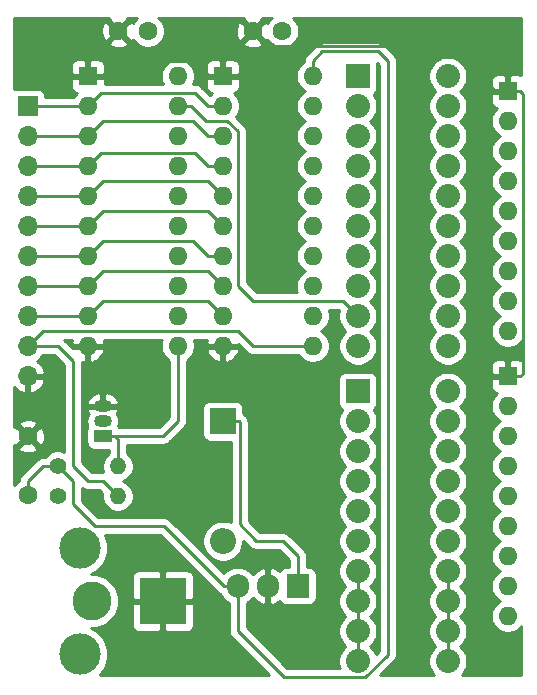
<source format=gbr>
G04 #@! TF.GenerationSoftware,KiCad,Pcbnew,(5.1.5-0-10_14)*
G04 #@! TF.CreationDate,2021-01-23T17:47:52+01:00*
G04 #@! TF.ProjectId,C64LED-latched,4336344c-4544-42d6-9c61-74636865642e,rev?*
G04 #@! TF.SameCoordinates,Original*
G04 #@! TF.FileFunction,Copper,L2,Bot*
G04 #@! TF.FilePolarity,Positive*
%FSLAX46Y46*%
G04 Gerber Fmt 4.6, Leading zero omitted, Abs format (unit mm)*
G04 Created by KiCad (PCBNEW (5.1.5-0-10_14)) date 2021-01-23 17:47:52*
%MOMM*%
%LPD*%
G04 APERTURE LIST*
%ADD10C,2.032000*%
%ADD11R,2.032000X2.032000*%
%ADD12O,1.600000X1.600000*%
%ADD13R,1.600000X1.600000*%
%ADD14O,1.700000X1.700000*%
%ADD15R,1.700000X1.700000*%
%ADD16O,2.200000X2.200000*%
%ADD17R,2.200000X2.200000*%
%ADD18C,3.500000*%
%ADD19C,3.300000*%
%ADD20R,4.000000X4.000000*%
%ADD21O,1.905000X2.000000*%
%ADD22R,1.905000X2.000000*%
%ADD23O,1.400000X1.400000*%
%ADD24C,1.400000*%
%ADD25R,1.500000X1.050000*%
%ADD26O,1.500000X1.050000*%
%ADD27C,1.600000*%
%ADD28C,0.250000*%
%ADD29C,0.254000*%
G04 APERTURE END LIST*
D10*
X104140000Y-43180000D03*
X104140000Y-45720000D03*
X104140000Y-48260000D03*
X104140000Y-50800000D03*
X96520000Y-63500000D03*
X96520000Y-66040000D03*
X104140000Y-66040000D03*
X104140000Y-63500000D03*
X96520000Y-60960000D03*
X96520000Y-58420000D03*
X96520000Y-55880000D03*
X96520000Y-53340000D03*
X104140000Y-53340000D03*
X104140000Y-55880000D03*
X104140000Y-58420000D03*
X104140000Y-60960000D03*
X96520000Y-50800000D03*
X96520000Y-48260000D03*
X96520000Y-45720000D03*
D11*
X96520000Y-43180000D03*
D12*
X81280000Y-43180000D03*
X73660000Y-66040000D03*
X81280000Y-45720000D03*
X73660000Y-63500000D03*
X81280000Y-48260000D03*
X73660000Y-60960000D03*
X81280000Y-50800000D03*
X73660000Y-58420000D03*
X81280000Y-53340000D03*
X73660000Y-55880000D03*
X81280000Y-55880000D03*
X73660000Y-53340000D03*
X81280000Y-58420000D03*
X73660000Y-50800000D03*
X81280000Y-60960000D03*
X73660000Y-48260000D03*
X81280000Y-63500000D03*
X73660000Y-45720000D03*
X81280000Y-66040000D03*
D13*
X73660000Y-43180000D03*
D12*
X92710000Y-43180000D03*
X85090000Y-66040000D03*
X92710000Y-45720000D03*
X85090000Y-63500000D03*
X92710000Y-48260000D03*
X85090000Y-60960000D03*
X92710000Y-50800000D03*
X85090000Y-58420000D03*
X92710000Y-53340000D03*
X85090000Y-55880000D03*
X92710000Y-55880000D03*
X85090000Y-53340000D03*
X92710000Y-58420000D03*
X85090000Y-50800000D03*
X92710000Y-60960000D03*
X85090000Y-48260000D03*
X92710000Y-63500000D03*
X85090000Y-45720000D03*
X92710000Y-66040000D03*
D13*
X85090000Y-43180000D03*
D14*
X68580000Y-68580000D03*
X68580000Y-66040000D03*
X68580000Y-63500000D03*
X68580000Y-60960000D03*
X68580000Y-58420000D03*
X68580000Y-55880000D03*
X68580000Y-53340000D03*
X68580000Y-50800000D03*
X68580000Y-48260000D03*
D15*
X68580000Y-45720000D03*
D16*
X85090000Y-82550000D03*
D17*
X85090000Y-72390000D03*
D12*
X109220000Y-64770000D03*
X109220000Y-62230000D03*
X109220000Y-59690000D03*
X109220000Y-57150000D03*
X109220000Y-54610000D03*
X109220000Y-52070000D03*
X109220000Y-49530000D03*
X109220000Y-46990000D03*
D13*
X109220000Y-44450000D03*
D18*
X73010000Y-92130000D03*
X73010000Y-83130000D03*
D19*
X74010000Y-87630000D03*
D20*
X80010000Y-87630000D03*
D21*
X86360000Y-86360000D03*
X88900000Y-86360000D03*
D22*
X91440000Y-86360000D03*
D12*
X109220000Y-88900000D03*
X109220000Y-86360000D03*
X109220000Y-83820000D03*
X109220000Y-81280000D03*
X109220000Y-78740000D03*
X109220000Y-76200000D03*
X109220000Y-73660000D03*
X109220000Y-71120000D03*
D13*
X109220000Y-68580000D03*
D23*
X76200000Y-76200000D03*
D24*
X71120000Y-76200000D03*
D23*
X76200000Y-78740000D03*
D24*
X71120000Y-78740000D03*
D25*
X74930000Y-73660000D03*
D26*
X74930000Y-71120000D03*
X74930000Y-72390000D03*
D27*
X76240000Y-39370000D03*
X78740000Y-39370000D03*
X87630000Y-39370000D03*
X90130000Y-39370000D03*
X68580000Y-73660000D03*
X68580000Y-78660000D03*
D10*
X104140000Y-69850000D03*
X104140000Y-72390000D03*
X104140000Y-74930000D03*
X104140000Y-77470000D03*
X96520000Y-90170000D03*
X96520000Y-92710000D03*
X104140000Y-92710000D03*
X104140000Y-90170000D03*
X96520000Y-87630000D03*
X96520000Y-85090000D03*
X96520000Y-82550000D03*
X96520000Y-80010000D03*
X104140000Y-80010000D03*
X104140000Y-82550000D03*
X104140000Y-85090000D03*
X104140000Y-87630000D03*
X96520000Y-77470000D03*
X96520000Y-74930000D03*
X96520000Y-72390000D03*
D11*
X96520000Y-69850000D03*
D28*
X82411370Y-45720000D02*
X83681370Y-46990000D01*
X81280000Y-45720000D02*
X82411370Y-45720000D01*
X85485002Y-46990000D02*
X86360000Y-47864998D01*
X83681370Y-46990000D02*
X85485002Y-46990000D01*
X86360000Y-47864998D02*
X86360000Y-60960000D01*
X86360000Y-60960000D02*
X87630000Y-62230000D01*
X95250000Y-62230000D02*
X96520000Y-63500000D01*
X87630000Y-62230000D02*
X95250000Y-62230000D01*
X96520000Y-85090000D02*
X96520000Y-92710000D01*
X104140000Y-85090000D02*
X104140000Y-92710000D01*
X108170000Y-44450000D02*
X104360000Y-40640000D01*
X109220000Y-44450000D02*
X108170000Y-44450000D01*
X88900000Y-40640000D02*
X87630000Y-39370000D01*
X104360000Y-40640000D02*
X88900000Y-40640000D01*
X82550000Y-41910000D02*
X76200000Y-41910000D01*
X110270000Y-44450000D02*
X110490000Y-44670000D01*
X109220000Y-44450000D02*
X110270000Y-44450000D01*
X110270000Y-68580000D02*
X109220000Y-68580000D01*
X110490000Y-68360000D02*
X110270000Y-68580000D01*
X110490000Y-44670000D02*
X110490000Y-68360000D01*
X74930000Y-43180000D02*
X76200000Y-41910000D01*
X73660000Y-43180000D02*
X74930000Y-43180000D01*
X83820000Y-43180000D02*
X85090000Y-43180000D01*
X82550000Y-41910000D02*
X83820000Y-43180000D01*
X85157500Y-86360000D02*
X80077500Y-81280000D01*
X86360000Y-86360000D02*
X85157500Y-86360000D01*
X74231002Y-81280000D02*
X72390000Y-79438998D01*
X80077500Y-81280000D02*
X74231002Y-81280000D01*
X72390000Y-77470000D02*
X71120000Y-76200000D01*
X72390000Y-79438998D02*
X72390000Y-77470000D01*
X68580000Y-78660000D02*
X68580000Y-77470000D01*
X69850000Y-76200000D02*
X71120000Y-76200000D01*
X68580000Y-77470000D02*
X69850000Y-76200000D01*
X92710000Y-41910000D02*
X92710000Y-43180000D01*
X93529990Y-41090010D02*
X92710000Y-41910000D01*
X98240010Y-41090010D02*
X93529990Y-41090010D01*
X99060000Y-41910000D02*
X98240010Y-41090010D01*
X86360000Y-90170000D02*
X90241001Y-94051001D01*
X99060000Y-92154682D02*
X99060000Y-41910000D01*
X97163681Y-94051001D02*
X99060000Y-92154682D01*
X90241001Y-94051001D02*
X97163681Y-94051001D01*
X86360000Y-86360000D02*
X86360000Y-90170000D01*
X86440000Y-72390000D02*
X86515001Y-72465001D01*
X86515001Y-72465001D02*
X86515001Y-81124999D01*
X85090000Y-72390000D02*
X86440000Y-72390000D01*
X86515001Y-81124999D02*
X87940002Y-82550000D01*
X87940002Y-82550000D02*
X90170000Y-82550000D01*
X91440000Y-83820000D02*
X91440000Y-86360000D01*
X90170000Y-82550000D02*
X91440000Y-83820000D01*
X74930000Y-77470000D02*
X76200000Y-78740000D01*
X73660000Y-77470000D02*
X74930000Y-77470000D01*
X72390000Y-76200000D02*
X73660000Y-77470000D01*
X72390000Y-67310000D02*
X72390000Y-76200000D01*
X68580000Y-66040000D02*
X71120000Y-66040000D01*
X71120000Y-66040000D02*
X72390000Y-67310000D01*
X92710000Y-66040000D02*
X87630000Y-66040000D01*
X87630000Y-66040000D02*
X86360000Y-64770000D01*
X69850000Y-64770000D02*
X68580000Y-66040000D01*
X86360000Y-64770000D02*
X69850000Y-64770000D01*
X85090000Y-63500000D02*
X83820000Y-62230000D01*
X74930000Y-62230000D02*
X73660000Y-63500000D01*
X83820000Y-62230000D02*
X74930000Y-62230000D01*
X73660000Y-63500000D02*
X68580000Y-63500000D01*
X85090000Y-60960000D02*
X83820000Y-59690000D01*
X74930000Y-59690000D02*
X73660000Y-60960000D01*
X83820000Y-59690000D02*
X74930000Y-59690000D01*
X73660000Y-60960000D02*
X68580000Y-60960000D01*
X85090000Y-58420000D02*
X83820000Y-58420000D01*
X83820000Y-58420000D02*
X82550000Y-57150000D01*
X74930000Y-57150000D02*
X73660000Y-58420000D01*
X82550000Y-57150000D02*
X74930000Y-57150000D01*
X73660000Y-58420000D02*
X68580000Y-58420000D01*
X85090000Y-55880000D02*
X83820000Y-54610000D01*
X74930000Y-54610000D02*
X73660000Y-55880000D01*
X83820000Y-54610000D02*
X74930000Y-54610000D01*
X73660000Y-55880000D02*
X68580000Y-55880000D01*
X85090000Y-53340000D02*
X83820000Y-52070000D01*
X74930000Y-52070000D02*
X73660000Y-53340000D01*
X83820000Y-52070000D02*
X74930000Y-52070000D01*
X73660000Y-53340000D02*
X68580000Y-53340000D01*
X85090000Y-50800000D02*
X83820000Y-50800000D01*
X74459999Y-50000001D02*
X73660000Y-50800000D01*
X74785001Y-49674999D02*
X74459999Y-50000001D01*
X82694999Y-49674999D02*
X74785001Y-49674999D01*
X83820000Y-50800000D02*
X82694999Y-49674999D01*
X73660000Y-50800000D02*
X68580000Y-50800000D01*
X85090000Y-48260000D02*
X83820000Y-48260000D01*
X83820000Y-48260000D02*
X82550000Y-46990000D01*
X74930000Y-46990000D02*
X73660000Y-48260000D01*
X82550000Y-46990000D02*
X74930000Y-46990000D01*
X73660000Y-48260000D02*
X68580000Y-48260000D01*
X85090000Y-45720000D02*
X83820000Y-45720000D01*
X74459999Y-44920001D02*
X73660000Y-45720000D01*
X74785001Y-44594999D02*
X74459999Y-44920001D01*
X82694999Y-44594999D02*
X74785001Y-44594999D01*
X83820000Y-45720000D02*
X82694999Y-44594999D01*
X73660000Y-45720000D02*
X68580000Y-45720000D01*
X76200000Y-73930000D02*
X75930000Y-73660000D01*
X75930000Y-73660000D02*
X74930000Y-73660000D01*
X76200000Y-76200000D02*
X76200000Y-73930000D01*
X81280000Y-66040000D02*
X81280000Y-72390000D01*
X81280000Y-72390000D02*
X80010000Y-73660000D01*
X80010000Y-73660000D02*
X74930000Y-73660000D01*
D29*
G36*
X75426903Y-38377298D02*
G01*
X76240000Y-39190395D01*
X77053097Y-38377298D01*
X77008998Y-38227000D01*
X77867689Y-38227000D01*
X77825241Y-38255363D01*
X77625363Y-38455241D01*
X77491308Y-38655869D01*
X77476671Y-38628486D01*
X77232702Y-38556903D01*
X76419605Y-39370000D01*
X77232702Y-40183097D01*
X77476671Y-40111514D01*
X77490324Y-40082659D01*
X77625363Y-40284759D01*
X77825241Y-40484637D01*
X78060273Y-40641680D01*
X78321426Y-40749853D01*
X78598665Y-40805000D01*
X78881335Y-40805000D01*
X79158574Y-40749853D01*
X79419727Y-40641680D01*
X79654759Y-40484637D01*
X79776694Y-40362702D01*
X86816903Y-40362702D01*
X86888486Y-40606671D01*
X87143996Y-40727571D01*
X87418184Y-40796300D01*
X87700512Y-40810217D01*
X87980130Y-40768787D01*
X88246292Y-40673603D01*
X88371514Y-40606671D01*
X88443097Y-40362702D01*
X87630000Y-39549605D01*
X86816903Y-40362702D01*
X79776694Y-40362702D01*
X79854637Y-40284759D01*
X80011680Y-40049727D01*
X80119853Y-39788574D01*
X80175000Y-39511335D01*
X80175000Y-39440512D01*
X86189783Y-39440512D01*
X86231213Y-39720130D01*
X86326397Y-39986292D01*
X86393329Y-40111514D01*
X86637298Y-40183097D01*
X87450395Y-39370000D01*
X86637298Y-38556903D01*
X86393329Y-38628486D01*
X86272429Y-38883996D01*
X86203700Y-39158184D01*
X86189783Y-39440512D01*
X80175000Y-39440512D01*
X80175000Y-39228665D01*
X80119853Y-38951426D01*
X80011680Y-38690273D01*
X79854637Y-38455241D01*
X79654759Y-38255363D01*
X79612311Y-38227000D01*
X86861002Y-38227000D01*
X86816903Y-38377298D01*
X87630000Y-39190395D01*
X88443097Y-38377298D01*
X88398998Y-38227000D01*
X89257689Y-38227000D01*
X89215241Y-38255363D01*
X89015363Y-38455241D01*
X88881308Y-38655869D01*
X88866671Y-38628486D01*
X88622702Y-38556903D01*
X87809605Y-39370000D01*
X88622702Y-40183097D01*
X88866671Y-40111514D01*
X88880324Y-40082659D01*
X89015363Y-40284759D01*
X89215241Y-40484637D01*
X89450273Y-40641680D01*
X89711426Y-40749853D01*
X89988665Y-40805000D01*
X90271335Y-40805000D01*
X90548574Y-40749853D01*
X90809727Y-40641680D01*
X91044759Y-40484637D01*
X91244637Y-40284759D01*
X91401680Y-40049727D01*
X91509853Y-39788574D01*
X91565000Y-39511335D01*
X91565000Y-39228665D01*
X91509853Y-38951426D01*
X91401680Y-38690273D01*
X91244637Y-38455241D01*
X91044759Y-38255363D01*
X91002311Y-38227000D01*
X110363000Y-38227000D01*
X110363000Y-43113319D01*
X110264180Y-43060498D01*
X110144482Y-43024188D01*
X110020000Y-43011928D01*
X109505750Y-43015000D01*
X109347000Y-43173750D01*
X109347000Y-44323000D01*
X109367000Y-44323000D01*
X109367000Y-44577000D01*
X109347000Y-44577000D01*
X109347000Y-44597000D01*
X109093000Y-44597000D01*
X109093000Y-44577000D01*
X107943750Y-44577000D01*
X107785000Y-44735750D01*
X107781928Y-45250000D01*
X107794188Y-45374482D01*
X107830498Y-45494180D01*
X107889463Y-45604494D01*
X107968815Y-45701185D01*
X108065506Y-45780537D01*
X108175820Y-45839502D01*
X108295518Y-45875812D01*
X108303961Y-45876643D01*
X108105363Y-46075241D01*
X107948320Y-46310273D01*
X107840147Y-46571426D01*
X107785000Y-46848665D01*
X107785000Y-47131335D01*
X107840147Y-47408574D01*
X107948320Y-47669727D01*
X108105363Y-47904759D01*
X108305241Y-48104637D01*
X108537759Y-48260000D01*
X108305241Y-48415363D01*
X108105363Y-48615241D01*
X107948320Y-48850273D01*
X107840147Y-49111426D01*
X107785000Y-49388665D01*
X107785000Y-49671335D01*
X107840147Y-49948574D01*
X107948320Y-50209727D01*
X108105363Y-50444759D01*
X108305241Y-50644637D01*
X108537759Y-50800000D01*
X108305241Y-50955363D01*
X108105363Y-51155241D01*
X107948320Y-51390273D01*
X107840147Y-51651426D01*
X107785000Y-51928665D01*
X107785000Y-52211335D01*
X107840147Y-52488574D01*
X107948320Y-52749727D01*
X108105363Y-52984759D01*
X108305241Y-53184637D01*
X108537759Y-53340000D01*
X108305241Y-53495363D01*
X108105363Y-53695241D01*
X107948320Y-53930273D01*
X107840147Y-54191426D01*
X107785000Y-54468665D01*
X107785000Y-54751335D01*
X107840147Y-55028574D01*
X107948320Y-55289727D01*
X108105363Y-55524759D01*
X108305241Y-55724637D01*
X108537759Y-55880000D01*
X108305241Y-56035363D01*
X108105363Y-56235241D01*
X107948320Y-56470273D01*
X107840147Y-56731426D01*
X107785000Y-57008665D01*
X107785000Y-57291335D01*
X107840147Y-57568574D01*
X107948320Y-57829727D01*
X108105363Y-58064759D01*
X108305241Y-58264637D01*
X108537759Y-58420000D01*
X108305241Y-58575363D01*
X108105363Y-58775241D01*
X107948320Y-59010273D01*
X107840147Y-59271426D01*
X107785000Y-59548665D01*
X107785000Y-59831335D01*
X107840147Y-60108574D01*
X107948320Y-60369727D01*
X108105363Y-60604759D01*
X108305241Y-60804637D01*
X108537759Y-60960000D01*
X108305241Y-61115363D01*
X108105363Y-61315241D01*
X107948320Y-61550273D01*
X107840147Y-61811426D01*
X107785000Y-62088665D01*
X107785000Y-62371335D01*
X107840147Y-62648574D01*
X107948320Y-62909727D01*
X108105363Y-63144759D01*
X108305241Y-63344637D01*
X108537759Y-63500000D01*
X108305241Y-63655363D01*
X108105363Y-63855241D01*
X107948320Y-64090273D01*
X107840147Y-64351426D01*
X107785000Y-64628665D01*
X107785000Y-64911335D01*
X107840147Y-65188574D01*
X107948320Y-65449727D01*
X108105363Y-65684759D01*
X108305241Y-65884637D01*
X108540273Y-66041680D01*
X108801426Y-66149853D01*
X109078665Y-66205000D01*
X109361335Y-66205000D01*
X109638574Y-66149853D01*
X109899727Y-66041680D01*
X110134759Y-65884637D01*
X110334637Y-65684759D01*
X110363000Y-65642311D01*
X110363000Y-67243319D01*
X110264180Y-67190498D01*
X110144482Y-67154188D01*
X110020000Y-67141928D01*
X109505750Y-67145000D01*
X109347000Y-67303750D01*
X109347000Y-68453000D01*
X109367000Y-68453000D01*
X109367000Y-68707000D01*
X109347000Y-68707000D01*
X109347000Y-68727000D01*
X109093000Y-68727000D01*
X109093000Y-68707000D01*
X107943750Y-68707000D01*
X107785000Y-68865750D01*
X107781928Y-69380000D01*
X107794188Y-69504482D01*
X107830498Y-69624180D01*
X107889463Y-69734494D01*
X107968815Y-69831185D01*
X108065506Y-69910537D01*
X108175820Y-69969502D01*
X108295518Y-70005812D01*
X108303961Y-70006643D01*
X108105363Y-70205241D01*
X107948320Y-70440273D01*
X107840147Y-70701426D01*
X107785000Y-70978665D01*
X107785000Y-71261335D01*
X107840147Y-71538574D01*
X107948320Y-71799727D01*
X108105363Y-72034759D01*
X108305241Y-72234637D01*
X108537759Y-72390000D01*
X108305241Y-72545363D01*
X108105363Y-72745241D01*
X107948320Y-72980273D01*
X107840147Y-73241426D01*
X107785000Y-73518665D01*
X107785000Y-73801335D01*
X107840147Y-74078574D01*
X107948320Y-74339727D01*
X108105363Y-74574759D01*
X108305241Y-74774637D01*
X108537759Y-74930000D01*
X108305241Y-75085363D01*
X108105363Y-75285241D01*
X107948320Y-75520273D01*
X107840147Y-75781426D01*
X107785000Y-76058665D01*
X107785000Y-76341335D01*
X107840147Y-76618574D01*
X107948320Y-76879727D01*
X108105363Y-77114759D01*
X108305241Y-77314637D01*
X108537759Y-77470000D01*
X108305241Y-77625363D01*
X108105363Y-77825241D01*
X107948320Y-78060273D01*
X107840147Y-78321426D01*
X107785000Y-78598665D01*
X107785000Y-78881335D01*
X107840147Y-79158574D01*
X107948320Y-79419727D01*
X108105363Y-79654759D01*
X108305241Y-79854637D01*
X108537759Y-80010000D01*
X108305241Y-80165363D01*
X108105363Y-80365241D01*
X107948320Y-80600273D01*
X107840147Y-80861426D01*
X107785000Y-81138665D01*
X107785000Y-81421335D01*
X107840147Y-81698574D01*
X107948320Y-81959727D01*
X108105363Y-82194759D01*
X108305241Y-82394637D01*
X108537759Y-82550000D01*
X108305241Y-82705363D01*
X108105363Y-82905241D01*
X107948320Y-83140273D01*
X107840147Y-83401426D01*
X107785000Y-83678665D01*
X107785000Y-83961335D01*
X107840147Y-84238574D01*
X107948320Y-84499727D01*
X108105363Y-84734759D01*
X108305241Y-84934637D01*
X108537759Y-85090000D01*
X108305241Y-85245363D01*
X108105363Y-85445241D01*
X107948320Y-85680273D01*
X107840147Y-85941426D01*
X107785000Y-86218665D01*
X107785000Y-86501335D01*
X107840147Y-86778574D01*
X107948320Y-87039727D01*
X108105363Y-87274759D01*
X108305241Y-87474637D01*
X108537759Y-87630000D01*
X108305241Y-87785363D01*
X108105363Y-87985241D01*
X107948320Y-88220273D01*
X107840147Y-88481426D01*
X107785000Y-88758665D01*
X107785000Y-89041335D01*
X107840147Y-89318574D01*
X107948320Y-89579727D01*
X108105363Y-89814759D01*
X108305241Y-90014637D01*
X108540273Y-90171680D01*
X108801426Y-90279853D01*
X109078665Y-90335000D01*
X109361335Y-90335000D01*
X109638574Y-90279853D01*
X109899727Y-90171680D01*
X110134759Y-90014637D01*
X110334637Y-89814759D01*
X110363000Y-89772311D01*
X110363000Y-93853000D01*
X105331866Y-93853000D01*
X105422415Y-93762451D01*
X105603097Y-93492042D01*
X105727553Y-93191579D01*
X105791000Y-92872609D01*
X105791000Y-92547391D01*
X105727553Y-92228421D01*
X105603097Y-91927958D01*
X105422415Y-91657549D01*
X105204866Y-91440000D01*
X105422415Y-91222451D01*
X105603097Y-90952042D01*
X105727553Y-90651579D01*
X105791000Y-90332609D01*
X105791000Y-90007391D01*
X105727553Y-89688421D01*
X105603097Y-89387958D01*
X105422415Y-89117549D01*
X105204866Y-88900000D01*
X105422415Y-88682451D01*
X105603097Y-88412042D01*
X105727553Y-88111579D01*
X105791000Y-87792609D01*
X105791000Y-87467391D01*
X105727553Y-87148421D01*
X105603097Y-86847958D01*
X105422415Y-86577549D01*
X105204866Y-86360000D01*
X105422415Y-86142451D01*
X105603097Y-85872042D01*
X105727553Y-85571579D01*
X105791000Y-85252609D01*
X105791000Y-84927391D01*
X105727553Y-84608421D01*
X105603097Y-84307958D01*
X105422415Y-84037549D01*
X105204866Y-83820000D01*
X105422415Y-83602451D01*
X105603097Y-83332042D01*
X105727553Y-83031579D01*
X105791000Y-82712609D01*
X105791000Y-82387391D01*
X105727553Y-82068421D01*
X105603097Y-81767958D01*
X105422415Y-81497549D01*
X105204866Y-81280000D01*
X105422415Y-81062451D01*
X105603097Y-80792042D01*
X105727553Y-80491579D01*
X105791000Y-80172609D01*
X105791000Y-79847391D01*
X105727553Y-79528421D01*
X105603097Y-79227958D01*
X105422415Y-78957549D01*
X105204866Y-78740000D01*
X105422415Y-78522451D01*
X105603097Y-78252042D01*
X105727553Y-77951579D01*
X105791000Y-77632609D01*
X105791000Y-77307391D01*
X105727553Y-76988421D01*
X105603097Y-76687958D01*
X105422415Y-76417549D01*
X105204866Y-76200000D01*
X105422415Y-75982451D01*
X105603097Y-75712042D01*
X105727553Y-75411579D01*
X105791000Y-75092609D01*
X105791000Y-74767391D01*
X105727553Y-74448421D01*
X105603097Y-74147958D01*
X105422415Y-73877549D01*
X105204866Y-73660000D01*
X105422415Y-73442451D01*
X105603097Y-73172042D01*
X105727553Y-72871579D01*
X105791000Y-72552609D01*
X105791000Y-72227391D01*
X105727553Y-71908421D01*
X105603097Y-71607958D01*
X105422415Y-71337549D01*
X105204866Y-71120000D01*
X105422415Y-70902451D01*
X105603097Y-70632042D01*
X105727553Y-70331579D01*
X105791000Y-70012609D01*
X105791000Y-69687391D01*
X105727553Y-69368421D01*
X105603097Y-69067958D01*
X105422415Y-68797549D01*
X105192451Y-68567585D01*
X104922042Y-68386903D01*
X104621579Y-68262447D01*
X104302609Y-68199000D01*
X103977391Y-68199000D01*
X103658421Y-68262447D01*
X103357958Y-68386903D01*
X103087549Y-68567585D01*
X102857585Y-68797549D01*
X102676903Y-69067958D01*
X102552447Y-69368421D01*
X102489000Y-69687391D01*
X102489000Y-70012609D01*
X102552447Y-70331579D01*
X102676903Y-70632042D01*
X102857585Y-70902451D01*
X103075134Y-71120000D01*
X102857585Y-71337549D01*
X102676903Y-71607958D01*
X102552447Y-71908421D01*
X102489000Y-72227391D01*
X102489000Y-72552609D01*
X102552447Y-72871579D01*
X102676903Y-73172042D01*
X102857585Y-73442451D01*
X103075134Y-73660000D01*
X102857585Y-73877549D01*
X102676903Y-74147958D01*
X102552447Y-74448421D01*
X102489000Y-74767391D01*
X102489000Y-75092609D01*
X102552447Y-75411579D01*
X102676903Y-75712042D01*
X102857585Y-75982451D01*
X103075134Y-76200000D01*
X102857585Y-76417549D01*
X102676903Y-76687958D01*
X102552447Y-76988421D01*
X102489000Y-77307391D01*
X102489000Y-77632609D01*
X102552447Y-77951579D01*
X102676903Y-78252042D01*
X102857585Y-78522451D01*
X103075134Y-78740000D01*
X102857585Y-78957549D01*
X102676903Y-79227958D01*
X102552447Y-79528421D01*
X102489000Y-79847391D01*
X102489000Y-80172609D01*
X102552447Y-80491579D01*
X102676903Y-80792042D01*
X102857585Y-81062451D01*
X103075134Y-81280000D01*
X102857585Y-81497549D01*
X102676903Y-81767958D01*
X102552447Y-82068421D01*
X102489000Y-82387391D01*
X102489000Y-82712609D01*
X102552447Y-83031579D01*
X102676903Y-83332042D01*
X102857585Y-83602451D01*
X103075134Y-83820000D01*
X102857585Y-84037549D01*
X102676903Y-84307958D01*
X102552447Y-84608421D01*
X102489000Y-84927391D01*
X102489000Y-85252609D01*
X102552447Y-85571579D01*
X102676903Y-85872042D01*
X102857585Y-86142451D01*
X103075134Y-86360000D01*
X102857585Y-86577549D01*
X102676903Y-86847958D01*
X102552447Y-87148421D01*
X102489000Y-87467391D01*
X102489000Y-87792609D01*
X102552447Y-88111579D01*
X102676903Y-88412042D01*
X102857585Y-88682451D01*
X103075134Y-88900000D01*
X102857585Y-89117549D01*
X102676903Y-89387958D01*
X102552447Y-89688421D01*
X102489000Y-90007391D01*
X102489000Y-90332609D01*
X102552447Y-90651579D01*
X102676903Y-90952042D01*
X102857585Y-91222451D01*
X103075134Y-91440000D01*
X102857585Y-91657549D01*
X102676903Y-91927958D01*
X102552447Y-92228421D01*
X102489000Y-92547391D01*
X102489000Y-92872609D01*
X102552447Y-93191579D01*
X102676903Y-93492042D01*
X102857585Y-93762451D01*
X102948134Y-93853000D01*
X98436483Y-93853000D01*
X99571004Y-92718480D01*
X99600001Y-92694683D01*
X99626332Y-92662599D01*
X99694974Y-92578959D01*
X99765546Y-92446929D01*
X99790428Y-92364902D01*
X99809003Y-92303668D01*
X99820000Y-92192015D01*
X99820000Y-92192006D01*
X99823676Y-92154683D01*
X99820000Y-92117360D01*
X99820000Y-67780000D01*
X107781928Y-67780000D01*
X107785000Y-68294250D01*
X107943750Y-68453000D01*
X109093000Y-68453000D01*
X109093000Y-67303750D01*
X108934250Y-67145000D01*
X108420000Y-67141928D01*
X108295518Y-67154188D01*
X108175820Y-67190498D01*
X108065506Y-67249463D01*
X107968815Y-67328815D01*
X107889463Y-67425506D01*
X107830498Y-67535820D01*
X107794188Y-67655518D01*
X107781928Y-67780000D01*
X99820000Y-67780000D01*
X99820000Y-43017391D01*
X102489000Y-43017391D01*
X102489000Y-43342609D01*
X102552447Y-43661579D01*
X102676903Y-43962042D01*
X102857585Y-44232451D01*
X103075134Y-44450000D01*
X102857585Y-44667549D01*
X102676903Y-44937958D01*
X102552447Y-45238421D01*
X102489000Y-45557391D01*
X102489000Y-45882609D01*
X102552447Y-46201579D01*
X102676903Y-46502042D01*
X102857585Y-46772451D01*
X103075134Y-46990000D01*
X102857585Y-47207549D01*
X102676903Y-47477958D01*
X102552447Y-47778421D01*
X102489000Y-48097391D01*
X102489000Y-48422609D01*
X102552447Y-48741579D01*
X102676903Y-49042042D01*
X102857585Y-49312451D01*
X103075134Y-49530000D01*
X102857585Y-49747549D01*
X102676903Y-50017958D01*
X102552447Y-50318421D01*
X102489000Y-50637391D01*
X102489000Y-50962609D01*
X102552447Y-51281579D01*
X102676903Y-51582042D01*
X102857585Y-51852451D01*
X103075134Y-52070000D01*
X102857585Y-52287549D01*
X102676903Y-52557958D01*
X102552447Y-52858421D01*
X102489000Y-53177391D01*
X102489000Y-53502609D01*
X102552447Y-53821579D01*
X102676903Y-54122042D01*
X102857585Y-54392451D01*
X103075134Y-54610000D01*
X102857585Y-54827549D01*
X102676903Y-55097958D01*
X102552447Y-55398421D01*
X102489000Y-55717391D01*
X102489000Y-56042609D01*
X102552447Y-56361579D01*
X102676903Y-56662042D01*
X102857585Y-56932451D01*
X103075134Y-57150000D01*
X102857585Y-57367549D01*
X102676903Y-57637958D01*
X102552447Y-57938421D01*
X102489000Y-58257391D01*
X102489000Y-58582609D01*
X102552447Y-58901579D01*
X102676903Y-59202042D01*
X102857585Y-59472451D01*
X103075134Y-59690000D01*
X102857585Y-59907549D01*
X102676903Y-60177958D01*
X102552447Y-60478421D01*
X102489000Y-60797391D01*
X102489000Y-61122609D01*
X102552447Y-61441579D01*
X102676903Y-61742042D01*
X102857585Y-62012451D01*
X103075134Y-62230000D01*
X102857585Y-62447549D01*
X102676903Y-62717958D01*
X102552447Y-63018421D01*
X102489000Y-63337391D01*
X102489000Y-63662609D01*
X102552447Y-63981579D01*
X102676903Y-64282042D01*
X102857585Y-64552451D01*
X103075134Y-64770000D01*
X102857585Y-64987549D01*
X102676903Y-65257958D01*
X102552447Y-65558421D01*
X102489000Y-65877391D01*
X102489000Y-66202609D01*
X102552447Y-66521579D01*
X102676903Y-66822042D01*
X102857585Y-67092451D01*
X103087549Y-67322415D01*
X103357958Y-67503097D01*
X103658421Y-67627553D01*
X103977391Y-67691000D01*
X104302609Y-67691000D01*
X104621579Y-67627553D01*
X104922042Y-67503097D01*
X105192451Y-67322415D01*
X105422415Y-67092451D01*
X105603097Y-66822042D01*
X105727553Y-66521579D01*
X105791000Y-66202609D01*
X105791000Y-65877391D01*
X105727553Y-65558421D01*
X105603097Y-65257958D01*
X105422415Y-64987549D01*
X105204866Y-64770000D01*
X105422415Y-64552451D01*
X105603097Y-64282042D01*
X105727553Y-63981579D01*
X105791000Y-63662609D01*
X105791000Y-63337391D01*
X105727553Y-63018421D01*
X105603097Y-62717958D01*
X105422415Y-62447549D01*
X105204866Y-62230000D01*
X105422415Y-62012451D01*
X105603097Y-61742042D01*
X105727553Y-61441579D01*
X105791000Y-61122609D01*
X105791000Y-60797391D01*
X105727553Y-60478421D01*
X105603097Y-60177958D01*
X105422415Y-59907549D01*
X105204866Y-59690000D01*
X105422415Y-59472451D01*
X105603097Y-59202042D01*
X105727553Y-58901579D01*
X105791000Y-58582609D01*
X105791000Y-58257391D01*
X105727553Y-57938421D01*
X105603097Y-57637958D01*
X105422415Y-57367549D01*
X105204866Y-57150000D01*
X105422415Y-56932451D01*
X105603097Y-56662042D01*
X105727553Y-56361579D01*
X105791000Y-56042609D01*
X105791000Y-55717391D01*
X105727553Y-55398421D01*
X105603097Y-55097958D01*
X105422415Y-54827549D01*
X105204866Y-54610000D01*
X105422415Y-54392451D01*
X105603097Y-54122042D01*
X105727553Y-53821579D01*
X105791000Y-53502609D01*
X105791000Y-53177391D01*
X105727553Y-52858421D01*
X105603097Y-52557958D01*
X105422415Y-52287549D01*
X105204866Y-52070000D01*
X105422415Y-51852451D01*
X105603097Y-51582042D01*
X105727553Y-51281579D01*
X105791000Y-50962609D01*
X105791000Y-50637391D01*
X105727553Y-50318421D01*
X105603097Y-50017958D01*
X105422415Y-49747549D01*
X105204866Y-49530000D01*
X105422415Y-49312451D01*
X105603097Y-49042042D01*
X105727553Y-48741579D01*
X105791000Y-48422609D01*
X105791000Y-48097391D01*
X105727553Y-47778421D01*
X105603097Y-47477958D01*
X105422415Y-47207549D01*
X105204866Y-46990000D01*
X105422415Y-46772451D01*
X105603097Y-46502042D01*
X105727553Y-46201579D01*
X105791000Y-45882609D01*
X105791000Y-45557391D01*
X105727553Y-45238421D01*
X105603097Y-44937958D01*
X105422415Y-44667549D01*
X105204866Y-44450000D01*
X105422415Y-44232451D01*
X105603097Y-43962042D01*
X105727553Y-43661579D01*
X105729856Y-43650000D01*
X107781928Y-43650000D01*
X107785000Y-44164250D01*
X107943750Y-44323000D01*
X109093000Y-44323000D01*
X109093000Y-43173750D01*
X108934250Y-43015000D01*
X108420000Y-43011928D01*
X108295518Y-43024188D01*
X108175820Y-43060498D01*
X108065506Y-43119463D01*
X107968815Y-43198815D01*
X107889463Y-43295506D01*
X107830498Y-43405820D01*
X107794188Y-43525518D01*
X107781928Y-43650000D01*
X105729856Y-43650000D01*
X105791000Y-43342609D01*
X105791000Y-43017391D01*
X105727553Y-42698421D01*
X105603097Y-42397958D01*
X105422415Y-42127549D01*
X105192451Y-41897585D01*
X104922042Y-41716903D01*
X104621579Y-41592447D01*
X104302609Y-41529000D01*
X103977391Y-41529000D01*
X103658421Y-41592447D01*
X103357958Y-41716903D01*
X103087549Y-41897585D01*
X102857585Y-42127549D01*
X102676903Y-42397958D01*
X102552447Y-42698421D01*
X102489000Y-43017391D01*
X99820000Y-43017391D01*
X99820000Y-41947322D01*
X99823676Y-41910000D01*
X99820000Y-41872677D01*
X99820000Y-41872667D01*
X99809003Y-41761014D01*
X99765546Y-41617753D01*
X99756598Y-41601012D01*
X99694974Y-41485723D01*
X99623799Y-41398997D01*
X99600001Y-41369999D01*
X99571002Y-41346201D01*
X98803813Y-40579012D01*
X98780011Y-40550009D01*
X98664286Y-40455036D01*
X98532257Y-40384464D01*
X98388996Y-40341007D01*
X98277343Y-40330010D01*
X98277332Y-40330010D01*
X98240010Y-40326334D01*
X98202688Y-40330010D01*
X93567312Y-40330010D01*
X93529990Y-40326334D01*
X93492667Y-40330010D01*
X93492657Y-40330010D01*
X93381004Y-40341007D01*
X93237743Y-40384464D01*
X93105713Y-40455036D01*
X93022073Y-40523678D01*
X92989989Y-40550009D01*
X92966191Y-40579008D01*
X92199002Y-41346197D01*
X92169999Y-41369999D01*
X92114871Y-41437174D01*
X92075026Y-41485724D01*
X92027575Y-41574498D01*
X92004454Y-41617754D01*
X91960997Y-41761015D01*
X91950000Y-41872668D01*
X91950000Y-41872678D01*
X91946324Y-41910000D01*
X91950000Y-41947323D01*
X91950000Y-41961957D01*
X91795241Y-42065363D01*
X91595363Y-42265241D01*
X91438320Y-42500273D01*
X91330147Y-42761426D01*
X91275000Y-43038665D01*
X91275000Y-43321335D01*
X91330147Y-43598574D01*
X91438320Y-43859727D01*
X91595363Y-44094759D01*
X91795241Y-44294637D01*
X92027759Y-44450000D01*
X91795241Y-44605363D01*
X91595363Y-44805241D01*
X91438320Y-45040273D01*
X91330147Y-45301426D01*
X91275000Y-45578665D01*
X91275000Y-45861335D01*
X91330147Y-46138574D01*
X91438320Y-46399727D01*
X91595363Y-46634759D01*
X91795241Y-46834637D01*
X92027759Y-46990000D01*
X91795241Y-47145363D01*
X91595363Y-47345241D01*
X91438320Y-47580273D01*
X91330147Y-47841426D01*
X91275000Y-48118665D01*
X91275000Y-48401335D01*
X91330147Y-48678574D01*
X91438320Y-48939727D01*
X91595363Y-49174759D01*
X91795241Y-49374637D01*
X92027759Y-49530000D01*
X91795241Y-49685363D01*
X91595363Y-49885241D01*
X91438320Y-50120273D01*
X91330147Y-50381426D01*
X91275000Y-50658665D01*
X91275000Y-50941335D01*
X91330147Y-51218574D01*
X91438320Y-51479727D01*
X91595363Y-51714759D01*
X91795241Y-51914637D01*
X92027759Y-52070000D01*
X91795241Y-52225363D01*
X91595363Y-52425241D01*
X91438320Y-52660273D01*
X91330147Y-52921426D01*
X91275000Y-53198665D01*
X91275000Y-53481335D01*
X91330147Y-53758574D01*
X91438320Y-54019727D01*
X91595363Y-54254759D01*
X91795241Y-54454637D01*
X92027759Y-54610000D01*
X91795241Y-54765363D01*
X91595363Y-54965241D01*
X91438320Y-55200273D01*
X91330147Y-55461426D01*
X91275000Y-55738665D01*
X91275000Y-56021335D01*
X91330147Y-56298574D01*
X91438320Y-56559727D01*
X91595363Y-56794759D01*
X91795241Y-56994637D01*
X92027759Y-57150000D01*
X91795241Y-57305363D01*
X91595363Y-57505241D01*
X91438320Y-57740273D01*
X91330147Y-58001426D01*
X91275000Y-58278665D01*
X91275000Y-58561335D01*
X91330147Y-58838574D01*
X91438320Y-59099727D01*
X91595363Y-59334759D01*
X91795241Y-59534637D01*
X92027759Y-59690000D01*
X91795241Y-59845363D01*
X91595363Y-60045241D01*
X91438320Y-60280273D01*
X91330147Y-60541426D01*
X91275000Y-60818665D01*
X91275000Y-61101335D01*
X91330147Y-61378574D01*
X91368017Y-61470000D01*
X87944802Y-61470000D01*
X87120000Y-60645199D01*
X87120000Y-47902320D01*
X87123676Y-47864997D01*
X87120000Y-47827674D01*
X87120000Y-47827665D01*
X87109003Y-47716012D01*
X87065546Y-47572751D01*
X87042695Y-47530001D01*
X86994974Y-47440721D01*
X86923799Y-47353995D01*
X86900001Y-47324997D01*
X86871004Y-47301200D01*
X86204600Y-46634796D01*
X86204637Y-46634759D01*
X86361680Y-46399727D01*
X86469853Y-46138574D01*
X86525000Y-45861335D01*
X86525000Y-45578665D01*
X86469853Y-45301426D01*
X86361680Y-45040273D01*
X86204637Y-44805241D01*
X86006039Y-44606643D01*
X86014482Y-44605812D01*
X86134180Y-44569502D01*
X86244494Y-44510537D01*
X86341185Y-44431185D01*
X86420537Y-44334494D01*
X86479502Y-44224180D01*
X86515812Y-44104482D01*
X86528072Y-43980000D01*
X86525000Y-43465750D01*
X86366250Y-43307000D01*
X85217000Y-43307000D01*
X85217000Y-43327000D01*
X84963000Y-43327000D01*
X84963000Y-43307000D01*
X83813750Y-43307000D01*
X83655000Y-43465750D01*
X83651928Y-43980000D01*
X83664188Y-44104482D01*
X83700498Y-44224180D01*
X83759463Y-44334494D01*
X83838815Y-44431185D01*
X83935506Y-44510537D01*
X84045820Y-44569502D01*
X84165518Y-44605812D01*
X84173961Y-44606643D01*
X83977703Y-44802901D01*
X83258803Y-44084001D01*
X83235000Y-44054998D01*
X83119275Y-43960025D01*
X82987246Y-43889453D01*
X82843985Y-43845996D01*
X82732332Y-43834999D01*
X82732321Y-43834999D01*
X82694999Y-43831323D01*
X82657677Y-43834999D01*
X82561923Y-43834999D01*
X82659853Y-43598574D01*
X82715000Y-43321335D01*
X82715000Y-43038665D01*
X82659853Y-42761426D01*
X82551680Y-42500273D01*
X82471317Y-42380000D01*
X83651928Y-42380000D01*
X83655000Y-42894250D01*
X83813750Y-43053000D01*
X84963000Y-43053000D01*
X84963000Y-41903750D01*
X85217000Y-41903750D01*
X85217000Y-43053000D01*
X86366250Y-43053000D01*
X86525000Y-42894250D01*
X86528072Y-42380000D01*
X86515812Y-42255518D01*
X86479502Y-42135820D01*
X86420537Y-42025506D01*
X86341185Y-41928815D01*
X86244494Y-41849463D01*
X86134180Y-41790498D01*
X86014482Y-41754188D01*
X85890000Y-41741928D01*
X85375750Y-41745000D01*
X85217000Y-41903750D01*
X84963000Y-41903750D01*
X84804250Y-41745000D01*
X84290000Y-41741928D01*
X84165518Y-41754188D01*
X84045820Y-41790498D01*
X83935506Y-41849463D01*
X83838815Y-41928815D01*
X83759463Y-42025506D01*
X83700498Y-42135820D01*
X83664188Y-42255518D01*
X83651928Y-42380000D01*
X82471317Y-42380000D01*
X82394637Y-42265241D01*
X82194759Y-42065363D01*
X81959727Y-41908320D01*
X81698574Y-41800147D01*
X81421335Y-41745000D01*
X81138665Y-41745000D01*
X80861426Y-41800147D01*
X80600273Y-41908320D01*
X80365241Y-42065363D01*
X80165363Y-42265241D01*
X80008320Y-42500273D01*
X79900147Y-42761426D01*
X79845000Y-43038665D01*
X79845000Y-43321335D01*
X79900147Y-43598574D01*
X79998077Y-43834999D01*
X75097206Y-43834999D01*
X75095000Y-43465750D01*
X74936250Y-43307000D01*
X73787000Y-43307000D01*
X73787000Y-43327000D01*
X73533000Y-43327000D01*
X73533000Y-43307000D01*
X72383750Y-43307000D01*
X72225000Y-43465750D01*
X72221928Y-43980000D01*
X72234188Y-44104482D01*
X72270498Y-44224180D01*
X72329463Y-44334494D01*
X72408815Y-44431185D01*
X72505506Y-44510537D01*
X72615820Y-44569502D01*
X72735518Y-44605812D01*
X72743961Y-44606643D01*
X72545363Y-44805241D01*
X72441957Y-44960000D01*
X70068072Y-44960000D01*
X70068072Y-44870000D01*
X70055812Y-44745518D01*
X70019502Y-44625820D01*
X69960537Y-44515506D01*
X69881185Y-44418815D01*
X69784494Y-44339463D01*
X69674180Y-44280498D01*
X69554482Y-44244188D01*
X69430000Y-44231928D01*
X67730000Y-44231928D01*
X67605518Y-44244188D01*
X67485820Y-44280498D01*
X67437000Y-44306593D01*
X67437000Y-42380000D01*
X72221928Y-42380000D01*
X72225000Y-42894250D01*
X72383750Y-43053000D01*
X73533000Y-43053000D01*
X73533000Y-41903750D01*
X73787000Y-41903750D01*
X73787000Y-43053000D01*
X74936250Y-43053000D01*
X75095000Y-42894250D01*
X75098072Y-42380000D01*
X75085812Y-42255518D01*
X75049502Y-42135820D01*
X74990537Y-42025506D01*
X74911185Y-41928815D01*
X74814494Y-41849463D01*
X74704180Y-41790498D01*
X74584482Y-41754188D01*
X74460000Y-41741928D01*
X73945750Y-41745000D01*
X73787000Y-41903750D01*
X73533000Y-41903750D01*
X73374250Y-41745000D01*
X72860000Y-41741928D01*
X72735518Y-41754188D01*
X72615820Y-41790498D01*
X72505506Y-41849463D01*
X72408815Y-41928815D01*
X72329463Y-42025506D01*
X72270498Y-42135820D01*
X72234188Y-42255518D01*
X72221928Y-42380000D01*
X67437000Y-42380000D01*
X67437000Y-40362702D01*
X75426903Y-40362702D01*
X75498486Y-40606671D01*
X75753996Y-40727571D01*
X76028184Y-40796300D01*
X76310512Y-40810217D01*
X76590130Y-40768787D01*
X76856292Y-40673603D01*
X76981514Y-40606671D01*
X77053097Y-40362702D01*
X76240000Y-39549605D01*
X75426903Y-40362702D01*
X67437000Y-40362702D01*
X67437000Y-39440512D01*
X74799783Y-39440512D01*
X74841213Y-39720130D01*
X74936397Y-39986292D01*
X75003329Y-40111514D01*
X75247298Y-40183097D01*
X76060395Y-39370000D01*
X75247298Y-38556903D01*
X75003329Y-38628486D01*
X74882429Y-38883996D01*
X74813700Y-39158184D01*
X74799783Y-39440512D01*
X67437000Y-39440512D01*
X67437000Y-38227000D01*
X75471002Y-38227000D01*
X75426903Y-38377298D01*
G37*
X75426903Y-38377298D02*
X76240000Y-39190395D01*
X77053097Y-38377298D01*
X77008998Y-38227000D01*
X77867689Y-38227000D01*
X77825241Y-38255363D01*
X77625363Y-38455241D01*
X77491308Y-38655869D01*
X77476671Y-38628486D01*
X77232702Y-38556903D01*
X76419605Y-39370000D01*
X77232702Y-40183097D01*
X77476671Y-40111514D01*
X77490324Y-40082659D01*
X77625363Y-40284759D01*
X77825241Y-40484637D01*
X78060273Y-40641680D01*
X78321426Y-40749853D01*
X78598665Y-40805000D01*
X78881335Y-40805000D01*
X79158574Y-40749853D01*
X79419727Y-40641680D01*
X79654759Y-40484637D01*
X79776694Y-40362702D01*
X86816903Y-40362702D01*
X86888486Y-40606671D01*
X87143996Y-40727571D01*
X87418184Y-40796300D01*
X87700512Y-40810217D01*
X87980130Y-40768787D01*
X88246292Y-40673603D01*
X88371514Y-40606671D01*
X88443097Y-40362702D01*
X87630000Y-39549605D01*
X86816903Y-40362702D01*
X79776694Y-40362702D01*
X79854637Y-40284759D01*
X80011680Y-40049727D01*
X80119853Y-39788574D01*
X80175000Y-39511335D01*
X80175000Y-39440512D01*
X86189783Y-39440512D01*
X86231213Y-39720130D01*
X86326397Y-39986292D01*
X86393329Y-40111514D01*
X86637298Y-40183097D01*
X87450395Y-39370000D01*
X86637298Y-38556903D01*
X86393329Y-38628486D01*
X86272429Y-38883996D01*
X86203700Y-39158184D01*
X86189783Y-39440512D01*
X80175000Y-39440512D01*
X80175000Y-39228665D01*
X80119853Y-38951426D01*
X80011680Y-38690273D01*
X79854637Y-38455241D01*
X79654759Y-38255363D01*
X79612311Y-38227000D01*
X86861002Y-38227000D01*
X86816903Y-38377298D01*
X87630000Y-39190395D01*
X88443097Y-38377298D01*
X88398998Y-38227000D01*
X89257689Y-38227000D01*
X89215241Y-38255363D01*
X89015363Y-38455241D01*
X88881308Y-38655869D01*
X88866671Y-38628486D01*
X88622702Y-38556903D01*
X87809605Y-39370000D01*
X88622702Y-40183097D01*
X88866671Y-40111514D01*
X88880324Y-40082659D01*
X89015363Y-40284759D01*
X89215241Y-40484637D01*
X89450273Y-40641680D01*
X89711426Y-40749853D01*
X89988665Y-40805000D01*
X90271335Y-40805000D01*
X90548574Y-40749853D01*
X90809727Y-40641680D01*
X91044759Y-40484637D01*
X91244637Y-40284759D01*
X91401680Y-40049727D01*
X91509853Y-39788574D01*
X91565000Y-39511335D01*
X91565000Y-39228665D01*
X91509853Y-38951426D01*
X91401680Y-38690273D01*
X91244637Y-38455241D01*
X91044759Y-38255363D01*
X91002311Y-38227000D01*
X110363000Y-38227000D01*
X110363000Y-43113319D01*
X110264180Y-43060498D01*
X110144482Y-43024188D01*
X110020000Y-43011928D01*
X109505750Y-43015000D01*
X109347000Y-43173750D01*
X109347000Y-44323000D01*
X109367000Y-44323000D01*
X109367000Y-44577000D01*
X109347000Y-44577000D01*
X109347000Y-44597000D01*
X109093000Y-44597000D01*
X109093000Y-44577000D01*
X107943750Y-44577000D01*
X107785000Y-44735750D01*
X107781928Y-45250000D01*
X107794188Y-45374482D01*
X107830498Y-45494180D01*
X107889463Y-45604494D01*
X107968815Y-45701185D01*
X108065506Y-45780537D01*
X108175820Y-45839502D01*
X108295518Y-45875812D01*
X108303961Y-45876643D01*
X108105363Y-46075241D01*
X107948320Y-46310273D01*
X107840147Y-46571426D01*
X107785000Y-46848665D01*
X107785000Y-47131335D01*
X107840147Y-47408574D01*
X107948320Y-47669727D01*
X108105363Y-47904759D01*
X108305241Y-48104637D01*
X108537759Y-48260000D01*
X108305241Y-48415363D01*
X108105363Y-48615241D01*
X107948320Y-48850273D01*
X107840147Y-49111426D01*
X107785000Y-49388665D01*
X107785000Y-49671335D01*
X107840147Y-49948574D01*
X107948320Y-50209727D01*
X108105363Y-50444759D01*
X108305241Y-50644637D01*
X108537759Y-50800000D01*
X108305241Y-50955363D01*
X108105363Y-51155241D01*
X107948320Y-51390273D01*
X107840147Y-51651426D01*
X107785000Y-51928665D01*
X107785000Y-52211335D01*
X107840147Y-52488574D01*
X107948320Y-52749727D01*
X108105363Y-52984759D01*
X108305241Y-53184637D01*
X108537759Y-53340000D01*
X108305241Y-53495363D01*
X108105363Y-53695241D01*
X107948320Y-53930273D01*
X107840147Y-54191426D01*
X107785000Y-54468665D01*
X107785000Y-54751335D01*
X107840147Y-55028574D01*
X107948320Y-55289727D01*
X108105363Y-55524759D01*
X108305241Y-55724637D01*
X108537759Y-55880000D01*
X108305241Y-56035363D01*
X108105363Y-56235241D01*
X107948320Y-56470273D01*
X107840147Y-56731426D01*
X107785000Y-57008665D01*
X107785000Y-57291335D01*
X107840147Y-57568574D01*
X107948320Y-57829727D01*
X108105363Y-58064759D01*
X108305241Y-58264637D01*
X108537759Y-58420000D01*
X108305241Y-58575363D01*
X108105363Y-58775241D01*
X107948320Y-59010273D01*
X107840147Y-59271426D01*
X107785000Y-59548665D01*
X107785000Y-59831335D01*
X107840147Y-60108574D01*
X107948320Y-60369727D01*
X108105363Y-60604759D01*
X108305241Y-60804637D01*
X108537759Y-60960000D01*
X108305241Y-61115363D01*
X108105363Y-61315241D01*
X107948320Y-61550273D01*
X107840147Y-61811426D01*
X107785000Y-62088665D01*
X107785000Y-62371335D01*
X107840147Y-62648574D01*
X107948320Y-62909727D01*
X108105363Y-63144759D01*
X108305241Y-63344637D01*
X108537759Y-63500000D01*
X108305241Y-63655363D01*
X108105363Y-63855241D01*
X107948320Y-64090273D01*
X107840147Y-64351426D01*
X107785000Y-64628665D01*
X107785000Y-64911335D01*
X107840147Y-65188574D01*
X107948320Y-65449727D01*
X108105363Y-65684759D01*
X108305241Y-65884637D01*
X108540273Y-66041680D01*
X108801426Y-66149853D01*
X109078665Y-66205000D01*
X109361335Y-66205000D01*
X109638574Y-66149853D01*
X109899727Y-66041680D01*
X110134759Y-65884637D01*
X110334637Y-65684759D01*
X110363000Y-65642311D01*
X110363000Y-67243319D01*
X110264180Y-67190498D01*
X110144482Y-67154188D01*
X110020000Y-67141928D01*
X109505750Y-67145000D01*
X109347000Y-67303750D01*
X109347000Y-68453000D01*
X109367000Y-68453000D01*
X109367000Y-68707000D01*
X109347000Y-68707000D01*
X109347000Y-68727000D01*
X109093000Y-68727000D01*
X109093000Y-68707000D01*
X107943750Y-68707000D01*
X107785000Y-68865750D01*
X107781928Y-69380000D01*
X107794188Y-69504482D01*
X107830498Y-69624180D01*
X107889463Y-69734494D01*
X107968815Y-69831185D01*
X108065506Y-69910537D01*
X108175820Y-69969502D01*
X108295518Y-70005812D01*
X108303961Y-70006643D01*
X108105363Y-70205241D01*
X107948320Y-70440273D01*
X107840147Y-70701426D01*
X107785000Y-70978665D01*
X107785000Y-71261335D01*
X107840147Y-71538574D01*
X107948320Y-71799727D01*
X108105363Y-72034759D01*
X108305241Y-72234637D01*
X108537759Y-72390000D01*
X108305241Y-72545363D01*
X108105363Y-72745241D01*
X107948320Y-72980273D01*
X107840147Y-73241426D01*
X107785000Y-73518665D01*
X107785000Y-73801335D01*
X107840147Y-74078574D01*
X107948320Y-74339727D01*
X108105363Y-74574759D01*
X108305241Y-74774637D01*
X108537759Y-74930000D01*
X108305241Y-75085363D01*
X108105363Y-75285241D01*
X107948320Y-75520273D01*
X107840147Y-75781426D01*
X107785000Y-76058665D01*
X107785000Y-76341335D01*
X107840147Y-76618574D01*
X107948320Y-76879727D01*
X108105363Y-77114759D01*
X108305241Y-77314637D01*
X108537759Y-77470000D01*
X108305241Y-77625363D01*
X108105363Y-77825241D01*
X107948320Y-78060273D01*
X107840147Y-78321426D01*
X107785000Y-78598665D01*
X107785000Y-78881335D01*
X107840147Y-79158574D01*
X107948320Y-79419727D01*
X108105363Y-79654759D01*
X108305241Y-79854637D01*
X108537759Y-80010000D01*
X108305241Y-80165363D01*
X108105363Y-80365241D01*
X107948320Y-80600273D01*
X107840147Y-80861426D01*
X107785000Y-81138665D01*
X107785000Y-81421335D01*
X107840147Y-81698574D01*
X107948320Y-81959727D01*
X108105363Y-82194759D01*
X108305241Y-82394637D01*
X108537759Y-82550000D01*
X108305241Y-82705363D01*
X108105363Y-82905241D01*
X107948320Y-83140273D01*
X107840147Y-83401426D01*
X107785000Y-83678665D01*
X107785000Y-83961335D01*
X107840147Y-84238574D01*
X107948320Y-84499727D01*
X108105363Y-84734759D01*
X108305241Y-84934637D01*
X108537759Y-85090000D01*
X108305241Y-85245363D01*
X108105363Y-85445241D01*
X107948320Y-85680273D01*
X107840147Y-85941426D01*
X107785000Y-86218665D01*
X107785000Y-86501335D01*
X107840147Y-86778574D01*
X107948320Y-87039727D01*
X108105363Y-87274759D01*
X108305241Y-87474637D01*
X108537759Y-87630000D01*
X108305241Y-87785363D01*
X108105363Y-87985241D01*
X107948320Y-88220273D01*
X107840147Y-88481426D01*
X107785000Y-88758665D01*
X107785000Y-89041335D01*
X107840147Y-89318574D01*
X107948320Y-89579727D01*
X108105363Y-89814759D01*
X108305241Y-90014637D01*
X108540273Y-90171680D01*
X108801426Y-90279853D01*
X109078665Y-90335000D01*
X109361335Y-90335000D01*
X109638574Y-90279853D01*
X109899727Y-90171680D01*
X110134759Y-90014637D01*
X110334637Y-89814759D01*
X110363000Y-89772311D01*
X110363000Y-93853000D01*
X105331866Y-93853000D01*
X105422415Y-93762451D01*
X105603097Y-93492042D01*
X105727553Y-93191579D01*
X105791000Y-92872609D01*
X105791000Y-92547391D01*
X105727553Y-92228421D01*
X105603097Y-91927958D01*
X105422415Y-91657549D01*
X105204866Y-91440000D01*
X105422415Y-91222451D01*
X105603097Y-90952042D01*
X105727553Y-90651579D01*
X105791000Y-90332609D01*
X105791000Y-90007391D01*
X105727553Y-89688421D01*
X105603097Y-89387958D01*
X105422415Y-89117549D01*
X105204866Y-88900000D01*
X105422415Y-88682451D01*
X105603097Y-88412042D01*
X105727553Y-88111579D01*
X105791000Y-87792609D01*
X105791000Y-87467391D01*
X105727553Y-87148421D01*
X105603097Y-86847958D01*
X105422415Y-86577549D01*
X105204866Y-86360000D01*
X105422415Y-86142451D01*
X105603097Y-85872042D01*
X105727553Y-85571579D01*
X105791000Y-85252609D01*
X105791000Y-84927391D01*
X105727553Y-84608421D01*
X105603097Y-84307958D01*
X105422415Y-84037549D01*
X105204866Y-83820000D01*
X105422415Y-83602451D01*
X105603097Y-83332042D01*
X105727553Y-83031579D01*
X105791000Y-82712609D01*
X105791000Y-82387391D01*
X105727553Y-82068421D01*
X105603097Y-81767958D01*
X105422415Y-81497549D01*
X105204866Y-81280000D01*
X105422415Y-81062451D01*
X105603097Y-80792042D01*
X105727553Y-80491579D01*
X105791000Y-80172609D01*
X105791000Y-79847391D01*
X105727553Y-79528421D01*
X105603097Y-79227958D01*
X105422415Y-78957549D01*
X105204866Y-78740000D01*
X105422415Y-78522451D01*
X105603097Y-78252042D01*
X105727553Y-77951579D01*
X105791000Y-77632609D01*
X105791000Y-77307391D01*
X105727553Y-76988421D01*
X105603097Y-76687958D01*
X105422415Y-76417549D01*
X105204866Y-76200000D01*
X105422415Y-75982451D01*
X105603097Y-75712042D01*
X105727553Y-75411579D01*
X105791000Y-75092609D01*
X105791000Y-74767391D01*
X105727553Y-74448421D01*
X105603097Y-74147958D01*
X105422415Y-73877549D01*
X105204866Y-73660000D01*
X105422415Y-73442451D01*
X105603097Y-73172042D01*
X105727553Y-72871579D01*
X105791000Y-72552609D01*
X105791000Y-72227391D01*
X105727553Y-71908421D01*
X105603097Y-71607958D01*
X105422415Y-71337549D01*
X105204866Y-71120000D01*
X105422415Y-70902451D01*
X105603097Y-70632042D01*
X105727553Y-70331579D01*
X105791000Y-70012609D01*
X105791000Y-69687391D01*
X105727553Y-69368421D01*
X105603097Y-69067958D01*
X105422415Y-68797549D01*
X105192451Y-68567585D01*
X104922042Y-68386903D01*
X104621579Y-68262447D01*
X104302609Y-68199000D01*
X103977391Y-68199000D01*
X103658421Y-68262447D01*
X103357958Y-68386903D01*
X103087549Y-68567585D01*
X102857585Y-68797549D01*
X102676903Y-69067958D01*
X102552447Y-69368421D01*
X102489000Y-69687391D01*
X102489000Y-70012609D01*
X102552447Y-70331579D01*
X102676903Y-70632042D01*
X102857585Y-70902451D01*
X103075134Y-71120000D01*
X102857585Y-71337549D01*
X102676903Y-71607958D01*
X102552447Y-71908421D01*
X102489000Y-72227391D01*
X102489000Y-72552609D01*
X102552447Y-72871579D01*
X102676903Y-73172042D01*
X102857585Y-73442451D01*
X103075134Y-73660000D01*
X102857585Y-73877549D01*
X102676903Y-74147958D01*
X102552447Y-74448421D01*
X102489000Y-74767391D01*
X102489000Y-75092609D01*
X102552447Y-75411579D01*
X102676903Y-75712042D01*
X102857585Y-75982451D01*
X103075134Y-76200000D01*
X102857585Y-76417549D01*
X102676903Y-76687958D01*
X102552447Y-76988421D01*
X102489000Y-77307391D01*
X102489000Y-77632609D01*
X102552447Y-77951579D01*
X102676903Y-78252042D01*
X102857585Y-78522451D01*
X103075134Y-78740000D01*
X102857585Y-78957549D01*
X102676903Y-79227958D01*
X102552447Y-79528421D01*
X102489000Y-79847391D01*
X102489000Y-80172609D01*
X102552447Y-80491579D01*
X102676903Y-80792042D01*
X102857585Y-81062451D01*
X103075134Y-81280000D01*
X102857585Y-81497549D01*
X102676903Y-81767958D01*
X102552447Y-82068421D01*
X102489000Y-82387391D01*
X102489000Y-82712609D01*
X102552447Y-83031579D01*
X102676903Y-83332042D01*
X102857585Y-83602451D01*
X103075134Y-83820000D01*
X102857585Y-84037549D01*
X102676903Y-84307958D01*
X102552447Y-84608421D01*
X102489000Y-84927391D01*
X102489000Y-85252609D01*
X102552447Y-85571579D01*
X102676903Y-85872042D01*
X102857585Y-86142451D01*
X103075134Y-86360000D01*
X102857585Y-86577549D01*
X102676903Y-86847958D01*
X102552447Y-87148421D01*
X102489000Y-87467391D01*
X102489000Y-87792609D01*
X102552447Y-88111579D01*
X102676903Y-88412042D01*
X102857585Y-88682451D01*
X103075134Y-88900000D01*
X102857585Y-89117549D01*
X102676903Y-89387958D01*
X102552447Y-89688421D01*
X102489000Y-90007391D01*
X102489000Y-90332609D01*
X102552447Y-90651579D01*
X102676903Y-90952042D01*
X102857585Y-91222451D01*
X103075134Y-91440000D01*
X102857585Y-91657549D01*
X102676903Y-91927958D01*
X102552447Y-92228421D01*
X102489000Y-92547391D01*
X102489000Y-92872609D01*
X102552447Y-93191579D01*
X102676903Y-93492042D01*
X102857585Y-93762451D01*
X102948134Y-93853000D01*
X98436483Y-93853000D01*
X99571004Y-92718480D01*
X99600001Y-92694683D01*
X99626332Y-92662599D01*
X99694974Y-92578959D01*
X99765546Y-92446929D01*
X99790428Y-92364902D01*
X99809003Y-92303668D01*
X99820000Y-92192015D01*
X99820000Y-92192006D01*
X99823676Y-92154683D01*
X99820000Y-92117360D01*
X99820000Y-67780000D01*
X107781928Y-67780000D01*
X107785000Y-68294250D01*
X107943750Y-68453000D01*
X109093000Y-68453000D01*
X109093000Y-67303750D01*
X108934250Y-67145000D01*
X108420000Y-67141928D01*
X108295518Y-67154188D01*
X108175820Y-67190498D01*
X108065506Y-67249463D01*
X107968815Y-67328815D01*
X107889463Y-67425506D01*
X107830498Y-67535820D01*
X107794188Y-67655518D01*
X107781928Y-67780000D01*
X99820000Y-67780000D01*
X99820000Y-43017391D01*
X102489000Y-43017391D01*
X102489000Y-43342609D01*
X102552447Y-43661579D01*
X102676903Y-43962042D01*
X102857585Y-44232451D01*
X103075134Y-44450000D01*
X102857585Y-44667549D01*
X102676903Y-44937958D01*
X102552447Y-45238421D01*
X102489000Y-45557391D01*
X102489000Y-45882609D01*
X102552447Y-46201579D01*
X102676903Y-46502042D01*
X102857585Y-46772451D01*
X103075134Y-46990000D01*
X102857585Y-47207549D01*
X102676903Y-47477958D01*
X102552447Y-47778421D01*
X102489000Y-48097391D01*
X102489000Y-48422609D01*
X102552447Y-48741579D01*
X102676903Y-49042042D01*
X102857585Y-49312451D01*
X103075134Y-49530000D01*
X102857585Y-49747549D01*
X102676903Y-50017958D01*
X102552447Y-50318421D01*
X102489000Y-50637391D01*
X102489000Y-50962609D01*
X102552447Y-51281579D01*
X102676903Y-51582042D01*
X102857585Y-51852451D01*
X103075134Y-52070000D01*
X102857585Y-52287549D01*
X102676903Y-52557958D01*
X102552447Y-52858421D01*
X102489000Y-53177391D01*
X102489000Y-53502609D01*
X102552447Y-53821579D01*
X102676903Y-54122042D01*
X102857585Y-54392451D01*
X103075134Y-54610000D01*
X102857585Y-54827549D01*
X102676903Y-55097958D01*
X102552447Y-55398421D01*
X102489000Y-55717391D01*
X102489000Y-56042609D01*
X102552447Y-56361579D01*
X102676903Y-56662042D01*
X102857585Y-56932451D01*
X103075134Y-57150000D01*
X102857585Y-57367549D01*
X102676903Y-57637958D01*
X102552447Y-57938421D01*
X102489000Y-58257391D01*
X102489000Y-58582609D01*
X102552447Y-58901579D01*
X102676903Y-59202042D01*
X102857585Y-59472451D01*
X103075134Y-59690000D01*
X102857585Y-59907549D01*
X102676903Y-60177958D01*
X102552447Y-60478421D01*
X102489000Y-60797391D01*
X102489000Y-61122609D01*
X102552447Y-61441579D01*
X102676903Y-61742042D01*
X102857585Y-62012451D01*
X103075134Y-62230000D01*
X102857585Y-62447549D01*
X102676903Y-62717958D01*
X102552447Y-63018421D01*
X102489000Y-63337391D01*
X102489000Y-63662609D01*
X102552447Y-63981579D01*
X102676903Y-64282042D01*
X102857585Y-64552451D01*
X103075134Y-64770000D01*
X102857585Y-64987549D01*
X102676903Y-65257958D01*
X102552447Y-65558421D01*
X102489000Y-65877391D01*
X102489000Y-66202609D01*
X102552447Y-66521579D01*
X102676903Y-66822042D01*
X102857585Y-67092451D01*
X103087549Y-67322415D01*
X103357958Y-67503097D01*
X103658421Y-67627553D01*
X103977391Y-67691000D01*
X104302609Y-67691000D01*
X104621579Y-67627553D01*
X104922042Y-67503097D01*
X105192451Y-67322415D01*
X105422415Y-67092451D01*
X105603097Y-66822042D01*
X105727553Y-66521579D01*
X105791000Y-66202609D01*
X105791000Y-65877391D01*
X105727553Y-65558421D01*
X105603097Y-65257958D01*
X105422415Y-64987549D01*
X105204866Y-64770000D01*
X105422415Y-64552451D01*
X105603097Y-64282042D01*
X105727553Y-63981579D01*
X105791000Y-63662609D01*
X105791000Y-63337391D01*
X105727553Y-63018421D01*
X105603097Y-62717958D01*
X105422415Y-62447549D01*
X105204866Y-62230000D01*
X105422415Y-62012451D01*
X105603097Y-61742042D01*
X105727553Y-61441579D01*
X105791000Y-61122609D01*
X105791000Y-60797391D01*
X105727553Y-60478421D01*
X105603097Y-60177958D01*
X105422415Y-59907549D01*
X105204866Y-59690000D01*
X105422415Y-59472451D01*
X105603097Y-59202042D01*
X105727553Y-58901579D01*
X105791000Y-58582609D01*
X105791000Y-58257391D01*
X105727553Y-57938421D01*
X105603097Y-57637958D01*
X105422415Y-57367549D01*
X105204866Y-57150000D01*
X105422415Y-56932451D01*
X105603097Y-56662042D01*
X105727553Y-56361579D01*
X105791000Y-56042609D01*
X105791000Y-55717391D01*
X105727553Y-55398421D01*
X105603097Y-55097958D01*
X105422415Y-54827549D01*
X105204866Y-54610000D01*
X105422415Y-54392451D01*
X105603097Y-54122042D01*
X105727553Y-53821579D01*
X105791000Y-53502609D01*
X105791000Y-53177391D01*
X105727553Y-52858421D01*
X105603097Y-52557958D01*
X105422415Y-52287549D01*
X105204866Y-52070000D01*
X105422415Y-51852451D01*
X105603097Y-51582042D01*
X105727553Y-51281579D01*
X105791000Y-50962609D01*
X105791000Y-50637391D01*
X105727553Y-50318421D01*
X105603097Y-50017958D01*
X105422415Y-49747549D01*
X105204866Y-49530000D01*
X105422415Y-49312451D01*
X105603097Y-49042042D01*
X105727553Y-48741579D01*
X105791000Y-48422609D01*
X105791000Y-48097391D01*
X105727553Y-47778421D01*
X105603097Y-47477958D01*
X105422415Y-47207549D01*
X105204866Y-46990000D01*
X105422415Y-46772451D01*
X105603097Y-46502042D01*
X105727553Y-46201579D01*
X105791000Y-45882609D01*
X105791000Y-45557391D01*
X105727553Y-45238421D01*
X105603097Y-44937958D01*
X105422415Y-44667549D01*
X105204866Y-44450000D01*
X105422415Y-44232451D01*
X105603097Y-43962042D01*
X105727553Y-43661579D01*
X105729856Y-43650000D01*
X107781928Y-43650000D01*
X107785000Y-44164250D01*
X107943750Y-44323000D01*
X109093000Y-44323000D01*
X109093000Y-43173750D01*
X108934250Y-43015000D01*
X108420000Y-43011928D01*
X108295518Y-43024188D01*
X108175820Y-43060498D01*
X108065506Y-43119463D01*
X107968815Y-43198815D01*
X107889463Y-43295506D01*
X107830498Y-43405820D01*
X107794188Y-43525518D01*
X107781928Y-43650000D01*
X105729856Y-43650000D01*
X105791000Y-43342609D01*
X105791000Y-43017391D01*
X105727553Y-42698421D01*
X105603097Y-42397958D01*
X105422415Y-42127549D01*
X105192451Y-41897585D01*
X104922042Y-41716903D01*
X104621579Y-41592447D01*
X104302609Y-41529000D01*
X103977391Y-41529000D01*
X103658421Y-41592447D01*
X103357958Y-41716903D01*
X103087549Y-41897585D01*
X102857585Y-42127549D01*
X102676903Y-42397958D01*
X102552447Y-42698421D01*
X102489000Y-43017391D01*
X99820000Y-43017391D01*
X99820000Y-41947322D01*
X99823676Y-41910000D01*
X99820000Y-41872677D01*
X99820000Y-41872667D01*
X99809003Y-41761014D01*
X99765546Y-41617753D01*
X99756598Y-41601012D01*
X99694974Y-41485723D01*
X99623799Y-41398997D01*
X99600001Y-41369999D01*
X99571002Y-41346201D01*
X98803813Y-40579012D01*
X98780011Y-40550009D01*
X98664286Y-40455036D01*
X98532257Y-40384464D01*
X98388996Y-40341007D01*
X98277343Y-40330010D01*
X98277332Y-40330010D01*
X98240010Y-40326334D01*
X98202688Y-40330010D01*
X93567312Y-40330010D01*
X93529990Y-40326334D01*
X93492667Y-40330010D01*
X93492657Y-40330010D01*
X93381004Y-40341007D01*
X93237743Y-40384464D01*
X93105713Y-40455036D01*
X93022073Y-40523678D01*
X92989989Y-40550009D01*
X92966191Y-40579008D01*
X92199002Y-41346197D01*
X92169999Y-41369999D01*
X92114871Y-41437174D01*
X92075026Y-41485724D01*
X92027575Y-41574498D01*
X92004454Y-41617754D01*
X91960997Y-41761015D01*
X91950000Y-41872668D01*
X91950000Y-41872678D01*
X91946324Y-41910000D01*
X91950000Y-41947323D01*
X91950000Y-41961957D01*
X91795241Y-42065363D01*
X91595363Y-42265241D01*
X91438320Y-42500273D01*
X91330147Y-42761426D01*
X91275000Y-43038665D01*
X91275000Y-43321335D01*
X91330147Y-43598574D01*
X91438320Y-43859727D01*
X91595363Y-44094759D01*
X91795241Y-44294637D01*
X92027759Y-44450000D01*
X91795241Y-44605363D01*
X91595363Y-44805241D01*
X91438320Y-45040273D01*
X91330147Y-45301426D01*
X91275000Y-45578665D01*
X91275000Y-45861335D01*
X91330147Y-46138574D01*
X91438320Y-46399727D01*
X91595363Y-46634759D01*
X91795241Y-46834637D01*
X92027759Y-46990000D01*
X91795241Y-47145363D01*
X91595363Y-47345241D01*
X91438320Y-47580273D01*
X91330147Y-47841426D01*
X91275000Y-48118665D01*
X91275000Y-48401335D01*
X91330147Y-48678574D01*
X91438320Y-48939727D01*
X91595363Y-49174759D01*
X91795241Y-49374637D01*
X92027759Y-49530000D01*
X91795241Y-49685363D01*
X91595363Y-49885241D01*
X91438320Y-50120273D01*
X91330147Y-50381426D01*
X91275000Y-50658665D01*
X91275000Y-50941335D01*
X91330147Y-51218574D01*
X91438320Y-51479727D01*
X91595363Y-51714759D01*
X91795241Y-51914637D01*
X92027759Y-52070000D01*
X91795241Y-52225363D01*
X91595363Y-52425241D01*
X91438320Y-52660273D01*
X91330147Y-52921426D01*
X91275000Y-53198665D01*
X91275000Y-53481335D01*
X91330147Y-53758574D01*
X91438320Y-54019727D01*
X91595363Y-54254759D01*
X91795241Y-54454637D01*
X92027759Y-54610000D01*
X91795241Y-54765363D01*
X91595363Y-54965241D01*
X91438320Y-55200273D01*
X91330147Y-55461426D01*
X91275000Y-55738665D01*
X91275000Y-56021335D01*
X91330147Y-56298574D01*
X91438320Y-56559727D01*
X91595363Y-56794759D01*
X91795241Y-56994637D01*
X92027759Y-57150000D01*
X91795241Y-57305363D01*
X91595363Y-57505241D01*
X91438320Y-57740273D01*
X91330147Y-58001426D01*
X91275000Y-58278665D01*
X91275000Y-58561335D01*
X91330147Y-58838574D01*
X91438320Y-59099727D01*
X91595363Y-59334759D01*
X91795241Y-59534637D01*
X92027759Y-59690000D01*
X91795241Y-59845363D01*
X91595363Y-60045241D01*
X91438320Y-60280273D01*
X91330147Y-60541426D01*
X91275000Y-60818665D01*
X91275000Y-61101335D01*
X91330147Y-61378574D01*
X91368017Y-61470000D01*
X87944802Y-61470000D01*
X87120000Y-60645199D01*
X87120000Y-47902320D01*
X87123676Y-47864997D01*
X87120000Y-47827674D01*
X87120000Y-47827665D01*
X87109003Y-47716012D01*
X87065546Y-47572751D01*
X87042695Y-47530001D01*
X86994974Y-47440721D01*
X86923799Y-47353995D01*
X86900001Y-47324997D01*
X86871004Y-47301200D01*
X86204600Y-46634796D01*
X86204637Y-46634759D01*
X86361680Y-46399727D01*
X86469853Y-46138574D01*
X86525000Y-45861335D01*
X86525000Y-45578665D01*
X86469853Y-45301426D01*
X86361680Y-45040273D01*
X86204637Y-44805241D01*
X86006039Y-44606643D01*
X86014482Y-44605812D01*
X86134180Y-44569502D01*
X86244494Y-44510537D01*
X86341185Y-44431185D01*
X86420537Y-44334494D01*
X86479502Y-44224180D01*
X86515812Y-44104482D01*
X86528072Y-43980000D01*
X86525000Y-43465750D01*
X86366250Y-43307000D01*
X85217000Y-43307000D01*
X85217000Y-43327000D01*
X84963000Y-43327000D01*
X84963000Y-43307000D01*
X83813750Y-43307000D01*
X83655000Y-43465750D01*
X83651928Y-43980000D01*
X83664188Y-44104482D01*
X83700498Y-44224180D01*
X83759463Y-44334494D01*
X83838815Y-44431185D01*
X83935506Y-44510537D01*
X84045820Y-44569502D01*
X84165518Y-44605812D01*
X84173961Y-44606643D01*
X83977703Y-44802901D01*
X83258803Y-44084001D01*
X83235000Y-44054998D01*
X83119275Y-43960025D01*
X82987246Y-43889453D01*
X82843985Y-43845996D01*
X82732332Y-43834999D01*
X82732321Y-43834999D01*
X82694999Y-43831323D01*
X82657677Y-43834999D01*
X82561923Y-43834999D01*
X82659853Y-43598574D01*
X82715000Y-43321335D01*
X82715000Y-43038665D01*
X82659853Y-42761426D01*
X82551680Y-42500273D01*
X82471317Y-42380000D01*
X83651928Y-42380000D01*
X83655000Y-42894250D01*
X83813750Y-43053000D01*
X84963000Y-43053000D01*
X84963000Y-41903750D01*
X85217000Y-41903750D01*
X85217000Y-43053000D01*
X86366250Y-43053000D01*
X86525000Y-42894250D01*
X86528072Y-42380000D01*
X86515812Y-42255518D01*
X86479502Y-42135820D01*
X86420537Y-42025506D01*
X86341185Y-41928815D01*
X86244494Y-41849463D01*
X86134180Y-41790498D01*
X86014482Y-41754188D01*
X85890000Y-41741928D01*
X85375750Y-41745000D01*
X85217000Y-41903750D01*
X84963000Y-41903750D01*
X84804250Y-41745000D01*
X84290000Y-41741928D01*
X84165518Y-41754188D01*
X84045820Y-41790498D01*
X83935506Y-41849463D01*
X83838815Y-41928815D01*
X83759463Y-42025506D01*
X83700498Y-42135820D01*
X83664188Y-42255518D01*
X83651928Y-42380000D01*
X82471317Y-42380000D01*
X82394637Y-42265241D01*
X82194759Y-42065363D01*
X81959727Y-41908320D01*
X81698574Y-41800147D01*
X81421335Y-41745000D01*
X81138665Y-41745000D01*
X80861426Y-41800147D01*
X80600273Y-41908320D01*
X80365241Y-42065363D01*
X80165363Y-42265241D01*
X80008320Y-42500273D01*
X79900147Y-42761426D01*
X79845000Y-43038665D01*
X79845000Y-43321335D01*
X79900147Y-43598574D01*
X79998077Y-43834999D01*
X75097206Y-43834999D01*
X75095000Y-43465750D01*
X74936250Y-43307000D01*
X73787000Y-43307000D01*
X73787000Y-43327000D01*
X73533000Y-43327000D01*
X73533000Y-43307000D01*
X72383750Y-43307000D01*
X72225000Y-43465750D01*
X72221928Y-43980000D01*
X72234188Y-44104482D01*
X72270498Y-44224180D01*
X72329463Y-44334494D01*
X72408815Y-44431185D01*
X72505506Y-44510537D01*
X72615820Y-44569502D01*
X72735518Y-44605812D01*
X72743961Y-44606643D01*
X72545363Y-44805241D01*
X72441957Y-44960000D01*
X70068072Y-44960000D01*
X70068072Y-44870000D01*
X70055812Y-44745518D01*
X70019502Y-44625820D01*
X69960537Y-44515506D01*
X69881185Y-44418815D01*
X69784494Y-44339463D01*
X69674180Y-44280498D01*
X69554482Y-44244188D01*
X69430000Y-44231928D01*
X67730000Y-44231928D01*
X67605518Y-44244188D01*
X67485820Y-44280498D01*
X67437000Y-44306593D01*
X67437000Y-42380000D01*
X72221928Y-42380000D01*
X72225000Y-42894250D01*
X72383750Y-43053000D01*
X73533000Y-43053000D01*
X73533000Y-41903750D01*
X73787000Y-41903750D01*
X73787000Y-43053000D01*
X74936250Y-43053000D01*
X75095000Y-42894250D01*
X75098072Y-42380000D01*
X75085812Y-42255518D01*
X75049502Y-42135820D01*
X74990537Y-42025506D01*
X74911185Y-41928815D01*
X74814494Y-41849463D01*
X74704180Y-41790498D01*
X74584482Y-41754188D01*
X74460000Y-41741928D01*
X73945750Y-41745000D01*
X73787000Y-41903750D01*
X73533000Y-41903750D01*
X73374250Y-41745000D01*
X72860000Y-41741928D01*
X72735518Y-41754188D01*
X72615820Y-41790498D01*
X72505506Y-41849463D01*
X72408815Y-41928815D01*
X72329463Y-42025506D01*
X72270498Y-42135820D01*
X72234188Y-42255518D01*
X72221928Y-42380000D01*
X67437000Y-42380000D01*
X67437000Y-40362702D01*
X75426903Y-40362702D01*
X75498486Y-40606671D01*
X75753996Y-40727571D01*
X76028184Y-40796300D01*
X76310512Y-40810217D01*
X76590130Y-40768787D01*
X76856292Y-40673603D01*
X76981514Y-40606671D01*
X77053097Y-40362702D01*
X76240000Y-39549605D01*
X75426903Y-40362702D01*
X67437000Y-40362702D01*
X67437000Y-39440512D01*
X74799783Y-39440512D01*
X74841213Y-39720130D01*
X74936397Y-39986292D01*
X75003329Y-40111514D01*
X75247298Y-40183097D01*
X76060395Y-39370000D01*
X75247298Y-38556903D01*
X75003329Y-38628486D01*
X74882429Y-38883996D01*
X74813700Y-39158184D01*
X74799783Y-39440512D01*
X67437000Y-39440512D01*
X67437000Y-38227000D01*
X75471002Y-38227000D01*
X75426903Y-38377298D01*
G36*
X84593701Y-86871003D02*
G01*
X84617499Y-86900001D01*
X84646497Y-86923799D01*
X84733223Y-86994974D01*
X84865253Y-87065546D01*
X84920672Y-87082357D01*
X85033655Y-87293734D01*
X85232037Y-87535463D01*
X85473765Y-87733845D01*
X85600000Y-87801319D01*
X85600001Y-90132668D01*
X85596324Y-90170000D01*
X85600001Y-90207333D01*
X85610998Y-90318986D01*
X85615856Y-90335000D01*
X85654454Y-90462246D01*
X85725026Y-90594276D01*
X85772054Y-90651579D01*
X85820000Y-90710001D01*
X85848998Y-90733799D01*
X88968198Y-93853000D01*
X74659899Y-93853000D01*
X74862550Y-93650349D01*
X75123560Y-93259721D01*
X75303346Y-92825679D01*
X75395000Y-92364902D01*
X75395000Y-91895098D01*
X75303346Y-91434321D01*
X75123560Y-91000279D01*
X74862550Y-90609651D01*
X74530349Y-90277450D01*
X74139721Y-90016440D01*
X73894823Y-89915000D01*
X74235053Y-89915000D01*
X74676510Y-89827189D01*
X75092353Y-89654941D01*
X75129679Y-89630000D01*
X77371928Y-89630000D01*
X77384188Y-89754482D01*
X77420498Y-89874180D01*
X77479463Y-89984494D01*
X77558815Y-90081185D01*
X77655506Y-90160537D01*
X77765820Y-90219502D01*
X77885518Y-90255812D01*
X78010000Y-90268072D01*
X79724250Y-90265000D01*
X79883000Y-90106250D01*
X79883000Y-87757000D01*
X80137000Y-87757000D01*
X80137000Y-90106250D01*
X80295750Y-90265000D01*
X82010000Y-90268072D01*
X82134482Y-90255812D01*
X82254180Y-90219502D01*
X82364494Y-90160537D01*
X82461185Y-90081185D01*
X82540537Y-89984494D01*
X82599502Y-89874180D01*
X82635812Y-89754482D01*
X82648072Y-89630000D01*
X82645000Y-87915750D01*
X82486250Y-87757000D01*
X80137000Y-87757000D01*
X79883000Y-87757000D01*
X77533750Y-87757000D01*
X77375000Y-87915750D01*
X77371928Y-89630000D01*
X75129679Y-89630000D01*
X75466603Y-89404875D01*
X75784875Y-89086603D01*
X76034941Y-88712353D01*
X76207189Y-88296510D01*
X76295000Y-87855053D01*
X76295000Y-87404947D01*
X76207189Y-86963490D01*
X76034941Y-86547647D01*
X75784875Y-86173397D01*
X75466603Y-85855125D01*
X75129680Y-85630000D01*
X77371928Y-85630000D01*
X77375000Y-87344250D01*
X77533750Y-87503000D01*
X79883000Y-87503000D01*
X79883000Y-85153750D01*
X80137000Y-85153750D01*
X80137000Y-87503000D01*
X82486250Y-87503000D01*
X82645000Y-87344250D01*
X82648072Y-85630000D01*
X82635812Y-85505518D01*
X82599502Y-85385820D01*
X82540537Y-85275506D01*
X82461185Y-85178815D01*
X82364494Y-85099463D01*
X82254180Y-85040498D01*
X82134482Y-85004188D01*
X82010000Y-84991928D01*
X80295750Y-84995000D01*
X80137000Y-85153750D01*
X79883000Y-85153750D01*
X79724250Y-84995000D01*
X78010000Y-84991928D01*
X77885518Y-85004188D01*
X77765820Y-85040498D01*
X77655506Y-85099463D01*
X77558815Y-85178815D01*
X77479463Y-85275506D01*
X77420498Y-85385820D01*
X77384188Y-85505518D01*
X77371928Y-85630000D01*
X75129680Y-85630000D01*
X75092353Y-85605059D01*
X74676510Y-85432811D01*
X74235053Y-85345000D01*
X73894823Y-85345000D01*
X74139721Y-85243560D01*
X74530349Y-84982550D01*
X74862550Y-84650349D01*
X75123560Y-84259721D01*
X75303346Y-83825679D01*
X75395000Y-83364902D01*
X75395000Y-82895098D01*
X75303346Y-82434321D01*
X75140013Y-82040000D01*
X79762699Y-82040000D01*
X84593701Y-86871003D01*
G37*
X84593701Y-86871003D02*
X84617499Y-86900001D01*
X84646497Y-86923799D01*
X84733223Y-86994974D01*
X84865253Y-87065546D01*
X84920672Y-87082357D01*
X85033655Y-87293734D01*
X85232037Y-87535463D01*
X85473765Y-87733845D01*
X85600000Y-87801319D01*
X85600001Y-90132668D01*
X85596324Y-90170000D01*
X85600001Y-90207333D01*
X85610998Y-90318986D01*
X85615856Y-90335000D01*
X85654454Y-90462246D01*
X85725026Y-90594276D01*
X85772054Y-90651579D01*
X85820000Y-90710001D01*
X85848998Y-90733799D01*
X88968198Y-93853000D01*
X74659899Y-93853000D01*
X74862550Y-93650349D01*
X75123560Y-93259721D01*
X75303346Y-92825679D01*
X75395000Y-92364902D01*
X75395000Y-91895098D01*
X75303346Y-91434321D01*
X75123560Y-91000279D01*
X74862550Y-90609651D01*
X74530349Y-90277450D01*
X74139721Y-90016440D01*
X73894823Y-89915000D01*
X74235053Y-89915000D01*
X74676510Y-89827189D01*
X75092353Y-89654941D01*
X75129679Y-89630000D01*
X77371928Y-89630000D01*
X77384188Y-89754482D01*
X77420498Y-89874180D01*
X77479463Y-89984494D01*
X77558815Y-90081185D01*
X77655506Y-90160537D01*
X77765820Y-90219502D01*
X77885518Y-90255812D01*
X78010000Y-90268072D01*
X79724250Y-90265000D01*
X79883000Y-90106250D01*
X79883000Y-87757000D01*
X80137000Y-87757000D01*
X80137000Y-90106250D01*
X80295750Y-90265000D01*
X82010000Y-90268072D01*
X82134482Y-90255812D01*
X82254180Y-90219502D01*
X82364494Y-90160537D01*
X82461185Y-90081185D01*
X82540537Y-89984494D01*
X82599502Y-89874180D01*
X82635812Y-89754482D01*
X82648072Y-89630000D01*
X82645000Y-87915750D01*
X82486250Y-87757000D01*
X80137000Y-87757000D01*
X79883000Y-87757000D01*
X77533750Y-87757000D01*
X77375000Y-87915750D01*
X77371928Y-89630000D01*
X75129679Y-89630000D01*
X75466603Y-89404875D01*
X75784875Y-89086603D01*
X76034941Y-88712353D01*
X76207189Y-88296510D01*
X76295000Y-87855053D01*
X76295000Y-87404947D01*
X76207189Y-86963490D01*
X76034941Y-86547647D01*
X75784875Y-86173397D01*
X75466603Y-85855125D01*
X75129680Y-85630000D01*
X77371928Y-85630000D01*
X77375000Y-87344250D01*
X77533750Y-87503000D01*
X79883000Y-87503000D01*
X79883000Y-85153750D01*
X80137000Y-85153750D01*
X80137000Y-87503000D01*
X82486250Y-87503000D01*
X82645000Y-87344250D01*
X82648072Y-85630000D01*
X82635812Y-85505518D01*
X82599502Y-85385820D01*
X82540537Y-85275506D01*
X82461185Y-85178815D01*
X82364494Y-85099463D01*
X82254180Y-85040498D01*
X82134482Y-85004188D01*
X82010000Y-84991928D01*
X80295750Y-84995000D01*
X80137000Y-85153750D01*
X79883000Y-85153750D01*
X79724250Y-84995000D01*
X78010000Y-84991928D01*
X77885518Y-85004188D01*
X77765820Y-85040498D01*
X77655506Y-85099463D01*
X77558815Y-85178815D01*
X77479463Y-85275506D01*
X77420498Y-85385820D01*
X77384188Y-85505518D01*
X77371928Y-85630000D01*
X75129680Y-85630000D01*
X75092353Y-85605059D01*
X74676510Y-85432811D01*
X74235053Y-85345000D01*
X73894823Y-85345000D01*
X74139721Y-85243560D01*
X74530349Y-84982550D01*
X74862550Y-84650349D01*
X75123560Y-84259721D01*
X75303346Y-83825679D01*
X75395000Y-83364902D01*
X75395000Y-82895098D01*
X75303346Y-82434321D01*
X75140013Y-82040000D01*
X79762699Y-82040000D01*
X84593701Y-86871003D01*
G36*
X98300001Y-42224803D02*
G01*
X98300000Y-91839880D01*
X98050118Y-92089762D01*
X97983097Y-91927958D01*
X97802415Y-91657549D01*
X97584866Y-91440000D01*
X97802415Y-91222451D01*
X97983097Y-90952042D01*
X98107553Y-90651579D01*
X98171000Y-90332609D01*
X98171000Y-90007391D01*
X98107553Y-89688421D01*
X97983097Y-89387958D01*
X97802415Y-89117549D01*
X97584866Y-88900000D01*
X97802415Y-88682451D01*
X97983097Y-88412042D01*
X98107553Y-88111579D01*
X98171000Y-87792609D01*
X98171000Y-87467391D01*
X98107553Y-87148421D01*
X97983097Y-86847958D01*
X97802415Y-86577549D01*
X97584866Y-86360000D01*
X97802415Y-86142451D01*
X97983097Y-85872042D01*
X98107553Y-85571579D01*
X98171000Y-85252609D01*
X98171000Y-84927391D01*
X98107553Y-84608421D01*
X97983097Y-84307958D01*
X97802415Y-84037549D01*
X97584866Y-83820000D01*
X97802415Y-83602451D01*
X97983097Y-83332042D01*
X98107553Y-83031579D01*
X98171000Y-82712609D01*
X98171000Y-82387391D01*
X98107553Y-82068421D01*
X97983097Y-81767958D01*
X97802415Y-81497549D01*
X97584866Y-81280000D01*
X97802415Y-81062451D01*
X97983097Y-80792042D01*
X98107553Y-80491579D01*
X98171000Y-80172609D01*
X98171000Y-79847391D01*
X98107553Y-79528421D01*
X97983097Y-79227958D01*
X97802415Y-78957549D01*
X97584866Y-78740000D01*
X97802415Y-78522451D01*
X97983097Y-78252042D01*
X98107553Y-77951579D01*
X98171000Y-77632609D01*
X98171000Y-77307391D01*
X98107553Y-76988421D01*
X97983097Y-76687958D01*
X97802415Y-76417549D01*
X97584866Y-76200000D01*
X97802415Y-75982451D01*
X97983097Y-75712042D01*
X98107553Y-75411579D01*
X98171000Y-75092609D01*
X98171000Y-74767391D01*
X98107553Y-74448421D01*
X97983097Y-74147958D01*
X97802415Y-73877549D01*
X97584866Y-73660000D01*
X97802415Y-73442451D01*
X97983097Y-73172042D01*
X98107553Y-72871579D01*
X98171000Y-72552609D01*
X98171000Y-72227391D01*
X98107553Y-71908421D01*
X97983097Y-71607958D01*
X97854636Y-71415704D01*
X97890494Y-71396537D01*
X97987185Y-71317185D01*
X98066537Y-71220494D01*
X98125502Y-71110180D01*
X98161812Y-70990482D01*
X98174072Y-70866000D01*
X98174072Y-68834000D01*
X98161812Y-68709518D01*
X98125502Y-68589820D01*
X98066537Y-68479506D01*
X97987185Y-68382815D01*
X97890494Y-68303463D01*
X97780180Y-68244498D01*
X97660482Y-68208188D01*
X97536000Y-68195928D01*
X95504000Y-68195928D01*
X95379518Y-68208188D01*
X95259820Y-68244498D01*
X95149506Y-68303463D01*
X95052815Y-68382815D01*
X94973463Y-68479506D01*
X94914498Y-68589820D01*
X94878188Y-68709518D01*
X94865928Y-68834000D01*
X94865928Y-70866000D01*
X94878188Y-70990482D01*
X94914498Y-71110180D01*
X94973463Y-71220494D01*
X95052815Y-71317185D01*
X95149506Y-71396537D01*
X95185364Y-71415704D01*
X95056903Y-71607958D01*
X94932447Y-71908421D01*
X94869000Y-72227391D01*
X94869000Y-72552609D01*
X94932447Y-72871579D01*
X95056903Y-73172042D01*
X95237585Y-73442451D01*
X95455134Y-73660000D01*
X95237585Y-73877549D01*
X95056903Y-74147958D01*
X94932447Y-74448421D01*
X94869000Y-74767391D01*
X94869000Y-75092609D01*
X94932447Y-75411579D01*
X95056903Y-75712042D01*
X95237585Y-75982451D01*
X95455134Y-76200000D01*
X95237585Y-76417549D01*
X95056903Y-76687958D01*
X94932447Y-76988421D01*
X94869000Y-77307391D01*
X94869000Y-77632609D01*
X94932447Y-77951579D01*
X95056903Y-78252042D01*
X95237585Y-78522451D01*
X95455134Y-78740000D01*
X95237585Y-78957549D01*
X95056903Y-79227958D01*
X94932447Y-79528421D01*
X94869000Y-79847391D01*
X94869000Y-80172609D01*
X94932447Y-80491579D01*
X95056903Y-80792042D01*
X95237585Y-81062451D01*
X95455134Y-81280000D01*
X95237585Y-81497549D01*
X95056903Y-81767958D01*
X94932447Y-82068421D01*
X94869000Y-82387391D01*
X94869000Y-82712609D01*
X94932447Y-83031579D01*
X95056903Y-83332042D01*
X95237585Y-83602451D01*
X95455134Y-83820000D01*
X95237585Y-84037549D01*
X95056903Y-84307958D01*
X94932447Y-84608421D01*
X94869000Y-84927391D01*
X94869000Y-85252609D01*
X94932447Y-85571579D01*
X95056903Y-85872042D01*
X95237585Y-86142451D01*
X95455134Y-86360000D01*
X95237585Y-86577549D01*
X95056903Y-86847958D01*
X94932447Y-87148421D01*
X94869000Y-87467391D01*
X94869000Y-87792609D01*
X94932447Y-88111579D01*
X95056903Y-88412042D01*
X95237585Y-88682451D01*
X95455134Y-88900000D01*
X95237585Y-89117549D01*
X95056903Y-89387958D01*
X94932447Y-89688421D01*
X94869000Y-90007391D01*
X94869000Y-90332609D01*
X94932447Y-90651579D01*
X95056903Y-90952042D01*
X95237585Y-91222451D01*
X95455134Y-91440000D01*
X95237585Y-91657549D01*
X95056903Y-91927958D01*
X94932447Y-92228421D01*
X94869000Y-92547391D01*
X94869000Y-92872609D01*
X94932447Y-93191579D01*
X94973629Y-93291001D01*
X90555803Y-93291001D01*
X87120000Y-89855199D01*
X87120000Y-87801318D01*
X87246234Y-87733845D01*
X87487963Y-87535463D01*
X87635163Y-87356101D01*
X87790563Y-87541315D01*
X88033077Y-87735969D01*
X88308906Y-87879571D01*
X88527020Y-87950563D01*
X88773000Y-87830594D01*
X88773000Y-86487000D01*
X88753000Y-86487000D01*
X88753000Y-86233000D01*
X88773000Y-86233000D01*
X88773000Y-84889406D01*
X88527020Y-84769437D01*
X88308906Y-84840429D01*
X88033077Y-84984031D01*
X87790563Y-85178685D01*
X87635162Y-85363900D01*
X87487963Y-85184537D01*
X87246235Y-84986155D01*
X86970449Y-84838745D01*
X86671204Y-84747970D01*
X86360000Y-84717319D01*
X86048797Y-84747970D01*
X85749552Y-84838745D01*
X85473766Y-84986155D01*
X85232037Y-85184537D01*
X85153065Y-85280764D01*
X80641304Y-80769003D01*
X80617501Y-80739999D01*
X80501776Y-80645026D01*
X80369747Y-80574454D01*
X80226486Y-80530997D01*
X80114833Y-80520000D01*
X80114822Y-80520000D01*
X80077500Y-80516324D01*
X80040178Y-80520000D01*
X74545804Y-80520000D01*
X73150000Y-79124197D01*
X73150000Y-78034622D01*
X73235724Y-78104974D01*
X73367753Y-78175546D01*
X73511014Y-78219003D01*
X73622667Y-78230000D01*
X73622676Y-78230000D01*
X73659999Y-78233676D01*
X73697322Y-78230000D01*
X74615199Y-78230000D01*
X74886355Y-78501156D01*
X74865000Y-78608514D01*
X74865000Y-78871486D01*
X74916304Y-79129405D01*
X75016939Y-79372359D01*
X75163038Y-79591013D01*
X75348987Y-79776962D01*
X75567641Y-79923061D01*
X75810595Y-80023696D01*
X76068514Y-80075000D01*
X76331486Y-80075000D01*
X76589405Y-80023696D01*
X76832359Y-79923061D01*
X77051013Y-79776962D01*
X77236962Y-79591013D01*
X77383061Y-79372359D01*
X77483696Y-79129405D01*
X77535000Y-78871486D01*
X77535000Y-78608514D01*
X77483696Y-78350595D01*
X77383061Y-78107641D01*
X77236962Y-77888987D01*
X77051013Y-77703038D01*
X76832359Y-77556939D01*
X76622470Y-77470000D01*
X76832359Y-77383061D01*
X77051013Y-77236962D01*
X77236962Y-77051013D01*
X77383061Y-76832359D01*
X77483696Y-76589405D01*
X77535000Y-76331486D01*
X77535000Y-76068514D01*
X77483696Y-75810595D01*
X77383061Y-75567641D01*
X77236962Y-75348987D01*
X77051013Y-75163038D01*
X76960000Y-75102225D01*
X76960000Y-74420000D01*
X79972678Y-74420000D01*
X80010000Y-74423676D01*
X80047322Y-74420000D01*
X80047333Y-74420000D01*
X80158986Y-74409003D01*
X80302247Y-74365546D01*
X80434276Y-74294974D01*
X80550001Y-74200001D01*
X80573804Y-74170997D01*
X81791003Y-72953799D01*
X81820001Y-72930001D01*
X81914974Y-72814276D01*
X81985546Y-72682247D01*
X82029003Y-72538986D01*
X82040000Y-72427333D01*
X82040000Y-72427324D01*
X82043676Y-72390001D01*
X82040000Y-72352678D01*
X82040000Y-71290000D01*
X83351928Y-71290000D01*
X83351928Y-73490000D01*
X83364188Y-73614482D01*
X83400498Y-73734180D01*
X83459463Y-73844494D01*
X83538815Y-73941185D01*
X83635506Y-74020537D01*
X83745820Y-74079502D01*
X83865518Y-74115812D01*
X83990000Y-74128072D01*
X85755001Y-74128072D01*
X85755002Y-80947502D01*
X85596081Y-80881675D01*
X85260883Y-80815000D01*
X84919117Y-80815000D01*
X84583919Y-80881675D01*
X84268169Y-81012463D01*
X83984002Y-81202337D01*
X83742337Y-81444002D01*
X83552463Y-81728169D01*
X83421675Y-82043919D01*
X83355000Y-82379117D01*
X83355000Y-82720883D01*
X83421675Y-83056081D01*
X83552463Y-83371831D01*
X83742337Y-83655998D01*
X83984002Y-83897663D01*
X84268169Y-84087537D01*
X84583919Y-84218325D01*
X84919117Y-84285000D01*
X85260883Y-84285000D01*
X85596081Y-84218325D01*
X85911831Y-84087537D01*
X86195998Y-83897663D01*
X86437663Y-83655998D01*
X86627537Y-83371831D01*
X86758325Y-83056081D01*
X86825000Y-82720883D01*
X86825000Y-82509800D01*
X87376202Y-83061002D01*
X87400001Y-83090001D01*
X87515726Y-83184974D01*
X87647755Y-83255546D01*
X87791016Y-83299003D01*
X87902669Y-83310000D01*
X87902677Y-83310000D01*
X87940002Y-83313676D01*
X87977327Y-83310000D01*
X89855199Y-83310000D01*
X90680000Y-84134802D01*
X90680000Y-84721928D01*
X90487500Y-84721928D01*
X90363018Y-84734188D01*
X90243320Y-84770498D01*
X90133006Y-84829463D01*
X90036315Y-84908815D01*
X89956963Y-85005506D01*
X89907941Y-85097219D01*
X89766923Y-84984031D01*
X89491094Y-84840429D01*
X89272980Y-84769437D01*
X89027000Y-84889406D01*
X89027000Y-86233000D01*
X89047000Y-86233000D01*
X89047000Y-86487000D01*
X89027000Y-86487000D01*
X89027000Y-87830594D01*
X89272980Y-87950563D01*
X89491094Y-87879571D01*
X89766923Y-87735969D01*
X89907941Y-87622781D01*
X89956963Y-87714494D01*
X90036315Y-87811185D01*
X90133006Y-87890537D01*
X90243320Y-87949502D01*
X90363018Y-87985812D01*
X90487500Y-87998072D01*
X92392500Y-87998072D01*
X92516982Y-87985812D01*
X92636680Y-87949502D01*
X92746994Y-87890537D01*
X92843685Y-87811185D01*
X92923037Y-87714494D01*
X92982002Y-87604180D01*
X93018312Y-87484482D01*
X93030572Y-87360000D01*
X93030572Y-85360000D01*
X93018312Y-85235518D01*
X92982002Y-85115820D01*
X92923037Y-85005506D01*
X92843685Y-84908815D01*
X92746994Y-84829463D01*
X92636680Y-84770498D01*
X92516982Y-84734188D01*
X92392500Y-84721928D01*
X92200000Y-84721928D01*
X92200000Y-83857322D01*
X92203676Y-83819999D01*
X92200000Y-83782676D01*
X92200000Y-83782667D01*
X92189003Y-83671014D01*
X92145546Y-83527753D01*
X92074974Y-83395724D01*
X91980001Y-83279999D01*
X91951004Y-83256202D01*
X90733804Y-82039003D01*
X90710001Y-82009999D01*
X90594276Y-81915026D01*
X90462247Y-81844454D01*
X90318986Y-81800997D01*
X90207333Y-81790000D01*
X90207322Y-81790000D01*
X90170000Y-81786324D01*
X90132678Y-81790000D01*
X88254804Y-81790000D01*
X87275001Y-80810198D01*
X87275001Y-72502323D01*
X87278677Y-72465000D01*
X87275001Y-72427678D01*
X87275001Y-72427668D01*
X87264004Y-72316015D01*
X87220547Y-72172754D01*
X87149975Y-72040725D01*
X87055002Y-71925000D01*
X87026003Y-71901201D01*
X87003802Y-71879000D01*
X86980001Y-71849999D01*
X86864276Y-71755026D01*
X86828072Y-71735674D01*
X86828072Y-71290000D01*
X86815812Y-71165518D01*
X86779502Y-71045820D01*
X86720537Y-70935506D01*
X86641185Y-70838815D01*
X86544494Y-70759463D01*
X86434180Y-70700498D01*
X86314482Y-70664188D01*
X86190000Y-70651928D01*
X83990000Y-70651928D01*
X83865518Y-70664188D01*
X83745820Y-70700498D01*
X83635506Y-70759463D01*
X83538815Y-70838815D01*
X83459463Y-70935506D01*
X83400498Y-71045820D01*
X83364188Y-71165518D01*
X83351928Y-71290000D01*
X82040000Y-71290000D01*
X82040000Y-67258043D01*
X82194759Y-67154637D01*
X82394637Y-66954759D01*
X82551680Y-66719727D01*
X82659853Y-66458574D01*
X82673684Y-66389039D01*
X83698096Y-66389039D01*
X83738754Y-66523087D01*
X83858963Y-66777420D01*
X84026481Y-67003414D01*
X84234869Y-67192385D01*
X84476119Y-67337070D01*
X84740960Y-67431909D01*
X84963000Y-67310624D01*
X84963000Y-66167000D01*
X85217000Y-66167000D01*
X85217000Y-67310624D01*
X85439040Y-67431909D01*
X85703881Y-67337070D01*
X85945131Y-67192385D01*
X86153519Y-67003414D01*
X86321037Y-66777420D01*
X86441246Y-66523087D01*
X86481904Y-66389039D01*
X86359915Y-66167000D01*
X85217000Y-66167000D01*
X84963000Y-66167000D01*
X83820085Y-66167000D01*
X83698096Y-66389039D01*
X82673684Y-66389039D01*
X82715000Y-66181335D01*
X82715000Y-65898665D01*
X82659853Y-65621426D01*
X82621983Y-65530000D01*
X83751474Y-65530000D01*
X83738754Y-65556913D01*
X83698096Y-65690961D01*
X83820085Y-65913000D01*
X84963000Y-65913000D01*
X84963000Y-65893000D01*
X85217000Y-65893000D01*
X85217000Y-65913000D01*
X86359915Y-65913000D01*
X86384128Y-65868929D01*
X87066200Y-66551002D01*
X87089999Y-66580001D01*
X87205724Y-66674974D01*
X87337753Y-66745546D01*
X87481014Y-66789003D01*
X87592667Y-66800000D01*
X87592676Y-66800000D01*
X87629999Y-66803676D01*
X87667322Y-66800000D01*
X91491957Y-66800000D01*
X91595363Y-66954759D01*
X91795241Y-67154637D01*
X92030273Y-67311680D01*
X92291426Y-67419853D01*
X92568665Y-67475000D01*
X92851335Y-67475000D01*
X93128574Y-67419853D01*
X93389727Y-67311680D01*
X93624759Y-67154637D01*
X93824637Y-66954759D01*
X93981680Y-66719727D01*
X94089853Y-66458574D01*
X94145000Y-66181335D01*
X94145000Y-65898665D01*
X94089853Y-65621426D01*
X93981680Y-65360273D01*
X93824637Y-65125241D01*
X93624759Y-64925363D01*
X93392241Y-64770000D01*
X93624759Y-64614637D01*
X93824637Y-64414759D01*
X93981680Y-64179727D01*
X94089853Y-63918574D01*
X94145000Y-63641335D01*
X94145000Y-63358665D01*
X94089853Y-63081426D01*
X94051983Y-62990000D01*
X94935199Y-62990000D01*
X94941577Y-62996379D01*
X94932447Y-63018421D01*
X94869000Y-63337391D01*
X94869000Y-63662609D01*
X94932447Y-63981579D01*
X95056903Y-64282042D01*
X95237585Y-64552451D01*
X95455134Y-64770000D01*
X95237585Y-64987549D01*
X95056903Y-65257958D01*
X94932447Y-65558421D01*
X94869000Y-65877391D01*
X94869000Y-66202609D01*
X94932447Y-66521579D01*
X95056903Y-66822042D01*
X95237585Y-67092451D01*
X95467549Y-67322415D01*
X95737958Y-67503097D01*
X96038421Y-67627553D01*
X96357391Y-67691000D01*
X96682609Y-67691000D01*
X97001579Y-67627553D01*
X97302042Y-67503097D01*
X97572451Y-67322415D01*
X97802415Y-67092451D01*
X97983097Y-66822042D01*
X98107553Y-66521579D01*
X98171000Y-66202609D01*
X98171000Y-65877391D01*
X98107553Y-65558421D01*
X97983097Y-65257958D01*
X97802415Y-64987549D01*
X97584866Y-64770000D01*
X97802415Y-64552451D01*
X97983097Y-64282042D01*
X98107553Y-63981579D01*
X98171000Y-63662609D01*
X98171000Y-63337391D01*
X98107553Y-63018421D01*
X97983097Y-62717958D01*
X97802415Y-62447549D01*
X97584866Y-62230000D01*
X97802415Y-62012451D01*
X97983097Y-61742042D01*
X98107553Y-61441579D01*
X98171000Y-61122609D01*
X98171000Y-60797391D01*
X98107553Y-60478421D01*
X97983097Y-60177958D01*
X97802415Y-59907549D01*
X97584866Y-59690000D01*
X97802415Y-59472451D01*
X97983097Y-59202042D01*
X98107553Y-58901579D01*
X98171000Y-58582609D01*
X98171000Y-58257391D01*
X98107553Y-57938421D01*
X97983097Y-57637958D01*
X97802415Y-57367549D01*
X97584866Y-57150000D01*
X97802415Y-56932451D01*
X97983097Y-56662042D01*
X98107553Y-56361579D01*
X98171000Y-56042609D01*
X98171000Y-55717391D01*
X98107553Y-55398421D01*
X97983097Y-55097958D01*
X97802415Y-54827549D01*
X97584866Y-54610000D01*
X97802415Y-54392451D01*
X97983097Y-54122042D01*
X98107553Y-53821579D01*
X98171000Y-53502609D01*
X98171000Y-53177391D01*
X98107553Y-52858421D01*
X97983097Y-52557958D01*
X97802415Y-52287549D01*
X97584866Y-52070000D01*
X97802415Y-51852451D01*
X97983097Y-51582042D01*
X98107553Y-51281579D01*
X98171000Y-50962609D01*
X98171000Y-50637391D01*
X98107553Y-50318421D01*
X97983097Y-50017958D01*
X97802415Y-49747549D01*
X97584866Y-49530000D01*
X97802415Y-49312451D01*
X97983097Y-49042042D01*
X98107553Y-48741579D01*
X98171000Y-48422609D01*
X98171000Y-48097391D01*
X98107553Y-47778421D01*
X97983097Y-47477958D01*
X97802415Y-47207549D01*
X97584866Y-46990000D01*
X97802415Y-46772451D01*
X97983097Y-46502042D01*
X98107553Y-46201579D01*
X98171000Y-45882609D01*
X98171000Y-45557391D01*
X98107553Y-45238421D01*
X97983097Y-44937958D01*
X97854636Y-44745704D01*
X97890494Y-44726537D01*
X97987185Y-44647185D01*
X98066537Y-44550494D01*
X98125502Y-44440180D01*
X98161812Y-44320482D01*
X98174072Y-44196000D01*
X98174072Y-42164000D01*
X98166957Y-42091759D01*
X98300001Y-42224803D01*
G37*
X98300001Y-42224803D02*
X98300000Y-91839880D01*
X98050118Y-92089762D01*
X97983097Y-91927958D01*
X97802415Y-91657549D01*
X97584866Y-91440000D01*
X97802415Y-91222451D01*
X97983097Y-90952042D01*
X98107553Y-90651579D01*
X98171000Y-90332609D01*
X98171000Y-90007391D01*
X98107553Y-89688421D01*
X97983097Y-89387958D01*
X97802415Y-89117549D01*
X97584866Y-88900000D01*
X97802415Y-88682451D01*
X97983097Y-88412042D01*
X98107553Y-88111579D01*
X98171000Y-87792609D01*
X98171000Y-87467391D01*
X98107553Y-87148421D01*
X97983097Y-86847958D01*
X97802415Y-86577549D01*
X97584866Y-86360000D01*
X97802415Y-86142451D01*
X97983097Y-85872042D01*
X98107553Y-85571579D01*
X98171000Y-85252609D01*
X98171000Y-84927391D01*
X98107553Y-84608421D01*
X97983097Y-84307958D01*
X97802415Y-84037549D01*
X97584866Y-83820000D01*
X97802415Y-83602451D01*
X97983097Y-83332042D01*
X98107553Y-83031579D01*
X98171000Y-82712609D01*
X98171000Y-82387391D01*
X98107553Y-82068421D01*
X97983097Y-81767958D01*
X97802415Y-81497549D01*
X97584866Y-81280000D01*
X97802415Y-81062451D01*
X97983097Y-80792042D01*
X98107553Y-80491579D01*
X98171000Y-80172609D01*
X98171000Y-79847391D01*
X98107553Y-79528421D01*
X97983097Y-79227958D01*
X97802415Y-78957549D01*
X97584866Y-78740000D01*
X97802415Y-78522451D01*
X97983097Y-78252042D01*
X98107553Y-77951579D01*
X98171000Y-77632609D01*
X98171000Y-77307391D01*
X98107553Y-76988421D01*
X97983097Y-76687958D01*
X97802415Y-76417549D01*
X97584866Y-76200000D01*
X97802415Y-75982451D01*
X97983097Y-75712042D01*
X98107553Y-75411579D01*
X98171000Y-75092609D01*
X98171000Y-74767391D01*
X98107553Y-74448421D01*
X97983097Y-74147958D01*
X97802415Y-73877549D01*
X97584866Y-73660000D01*
X97802415Y-73442451D01*
X97983097Y-73172042D01*
X98107553Y-72871579D01*
X98171000Y-72552609D01*
X98171000Y-72227391D01*
X98107553Y-71908421D01*
X97983097Y-71607958D01*
X97854636Y-71415704D01*
X97890494Y-71396537D01*
X97987185Y-71317185D01*
X98066537Y-71220494D01*
X98125502Y-71110180D01*
X98161812Y-70990482D01*
X98174072Y-70866000D01*
X98174072Y-68834000D01*
X98161812Y-68709518D01*
X98125502Y-68589820D01*
X98066537Y-68479506D01*
X97987185Y-68382815D01*
X97890494Y-68303463D01*
X97780180Y-68244498D01*
X97660482Y-68208188D01*
X97536000Y-68195928D01*
X95504000Y-68195928D01*
X95379518Y-68208188D01*
X95259820Y-68244498D01*
X95149506Y-68303463D01*
X95052815Y-68382815D01*
X94973463Y-68479506D01*
X94914498Y-68589820D01*
X94878188Y-68709518D01*
X94865928Y-68834000D01*
X94865928Y-70866000D01*
X94878188Y-70990482D01*
X94914498Y-71110180D01*
X94973463Y-71220494D01*
X95052815Y-71317185D01*
X95149506Y-71396537D01*
X95185364Y-71415704D01*
X95056903Y-71607958D01*
X94932447Y-71908421D01*
X94869000Y-72227391D01*
X94869000Y-72552609D01*
X94932447Y-72871579D01*
X95056903Y-73172042D01*
X95237585Y-73442451D01*
X95455134Y-73660000D01*
X95237585Y-73877549D01*
X95056903Y-74147958D01*
X94932447Y-74448421D01*
X94869000Y-74767391D01*
X94869000Y-75092609D01*
X94932447Y-75411579D01*
X95056903Y-75712042D01*
X95237585Y-75982451D01*
X95455134Y-76200000D01*
X95237585Y-76417549D01*
X95056903Y-76687958D01*
X94932447Y-76988421D01*
X94869000Y-77307391D01*
X94869000Y-77632609D01*
X94932447Y-77951579D01*
X95056903Y-78252042D01*
X95237585Y-78522451D01*
X95455134Y-78740000D01*
X95237585Y-78957549D01*
X95056903Y-79227958D01*
X94932447Y-79528421D01*
X94869000Y-79847391D01*
X94869000Y-80172609D01*
X94932447Y-80491579D01*
X95056903Y-80792042D01*
X95237585Y-81062451D01*
X95455134Y-81280000D01*
X95237585Y-81497549D01*
X95056903Y-81767958D01*
X94932447Y-82068421D01*
X94869000Y-82387391D01*
X94869000Y-82712609D01*
X94932447Y-83031579D01*
X95056903Y-83332042D01*
X95237585Y-83602451D01*
X95455134Y-83820000D01*
X95237585Y-84037549D01*
X95056903Y-84307958D01*
X94932447Y-84608421D01*
X94869000Y-84927391D01*
X94869000Y-85252609D01*
X94932447Y-85571579D01*
X95056903Y-85872042D01*
X95237585Y-86142451D01*
X95455134Y-86360000D01*
X95237585Y-86577549D01*
X95056903Y-86847958D01*
X94932447Y-87148421D01*
X94869000Y-87467391D01*
X94869000Y-87792609D01*
X94932447Y-88111579D01*
X95056903Y-88412042D01*
X95237585Y-88682451D01*
X95455134Y-88900000D01*
X95237585Y-89117549D01*
X95056903Y-89387958D01*
X94932447Y-89688421D01*
X94869000Y-90007391D01*
X94869000Y-90332609D01*
X94932447Y-90651579D01*
X95056903Y-90952042D01*
X95237585Y-91222451D01*
X95455134Y-91440000D01*
X95237585Y-91657549D01*
X95056903Y-91927958D01*
X94932447Y-92228421D01*
X94869000Y-92547391D01*
X94869000Y-92872609D01*
X94932447Y-93191579D01*
X94973629Y-93291001D01*
X90555803Y-93291001D01*
X87120000Y-89855199D01*
X87120000Y-87801318D01*
X87246234Y-87733845D01*
X87487963Y-87535463D01*
X87635163Y-87356101D01*
X87790563Y-87541315D01*
X88033077Y-87735969D01*
X88308906Y-87879571D01*
X88527020Y-87950563D01*
X88773000Y-87830594D01*
X88773000Y-86487000D01*
X88753000Y-86487000D01*
X88753000Y-86233000D01*
X88773000Y-86233000D01*
X88773000Y-84889406D01*
X88527020Y-84769437D01*
X88308906Y-84840429D01*
X88033077Y-84984031D01*
X87790563Y-85178685D01*
X87635162Y-85363900D01*
X87487963Y-85184537D01*
X87246235Y-84986155D01*
X86970449Y-84838745D01*
X86671204Y-84747970D01*
X86360000Y-84717319D01*
X86048797Y-84747970D01*
X85749552Y-84838745D01*
X85473766Y-84986155D01*
X85232037Y-85184537D01*
X85153065Y-85280764D01*
X80641304Y-80769003D01*
X80617501Y-80739999D01*
X80501776Y-80645026D01*
X80369747Y-80574454D01*
X80226486Y-80530997D01*
X80114833Y-80520000D01*
X80114822Y-80520000D01*
X80077500Y-80516324D01*
X80040178Y-80520000D01*
X74545804Y-80520000D01*
X73150000Y-79124197D01*
X73150000Y-78034622D01*
X73235724Y-78104974D01*
X73367753Y-78175546D01*
X73511014Y-78219003D01*
X73622667Y-78230000D01*
X73622676Y-78230000D01*
X73659999Y-78233676D01*
X73697322Y-78230000D01*
X74615199Y-78230000D01*
X74886355Y-78501156D01*
X74865000Y-78608514D01*
X74865000Y-78871486D01*
X74916304Y-79129405D01*
X75016939Y-79372359D01*
X75163038Y-79591013D01*
X75348987Y-79776962D01*
X75567641Y-79923061D01*
X75810595Y-80023696D01*
X76068514Y-80075000D01*
X76331486Y-80075000D01*
X76589405Y-80023696D01*
X76832359Y-79923061D01*
X77051013Y-79776962D01*
X77236962Y-79591013D01*
X77383061Y-79372359D01*
X77483696Y-79129405D01*
X77535000Y-78871486D01*
X77535000Y-78608514D01*
X77483696Y-78350595D01*
X77383061Y-78107641D01*
X77236962Y-77888987D01*
X77051013Y-77703038D01*
X76832359Y-77556939D01*
X76622470Y-77470000D01*
X76832359Y-77383061D01*
X77051013Y-77236962D01*
X77236962Y-77051013D01*
X77383061Y-76832359D01*
X77483696Y-76589405D01*
X77535000Y-76331486D01*
X77535000Y-76068514D01*
X77483696Y-75810595D01*
X77383061Y-75567641D01*
X77236962Y-75348987D01*
X77051013Y-75163038D01*
X76960000Y-75102225D01*
X76960000Y-74420000D01*
X79972678Y-74420000D01*
X80010000Y-74423676D01*
X80047322Y-74420000D01*
X80047333Y-74420000D01*
X80158986Y-74409003D01*
X80302247Y-74365546D01*
X80434276Y-74294974D01*
X80550001Y-74200001D01*
X80573804Y-74170997D01*
X81791003Y-72953799D01*
X81820001Y-72930001D01*
X81914974Y-72814276D01*
X81985546Y-72682247D01*
X82029003Y-72538986D01*
X82040000Y-72427333D01*
X82040000Y-72427324D01*
X82043676Y-72390001D01*
X82040000Y-72352678D01*
X82040000Y-71290000D01*
X83351928Y-71290000D01*
X83351928Y-73490000D01*
X83364188Y-73614482D01*
X83400498Y-73734180D01*
X83459463Y-73844494D01*
X83538815Y-73941185D01*
X83635506Y-74020537D01*
X83745820Y-74079502D01*
X83865518Y-74115812D01*
X83990000Y-74128072D01*
X85755001Y-74128072D01*
X85755002Y-80947502D01*
X85596081Y-80881675D01*
X85260883Y-80815000D01*
X84919117Y-80815000D01*
X84583919Y-80881675D01*
X84268169Y-81012463D01*
X83984002Y-81202337D01*
X83742337Y-81444002D01*
X83552463Y-81728169D01*
X83421675Y-82043919D01*
X83355000Y-82379117D01*
X83355000Y-82720883D01*
X83421675Y-83056081D01*
X83552463Y-83371831D01*
X83742337Y-83655998D01*
X83984002Y-83897663D01*
X84268169Y-84087537D01*
X84583919Y-84218325D01*
X84919117Y-84285000D01*
X85260883Y-84285000D01*
X85596081Y-84218325D01*
X85911831Y-84087537D01*
X86195998Y-83897663D01*
X86437663Y-83655998D01*
X86627537Y-83371831D01*
X86758325Y-83056081D01*
X86825000Y-82720883D01*
X86825000Y-82509800D01*
X87376202Y-83061002D01*
X87400001Y-83090001D01*
X87515726Y-83184974D01*
X87647755Y-83255546D01*
X87791016Y-83299003D01*
X87902669Y-83310000D01*
X87902677Y-83310000D01*
X87940002Y-83313676D01*
X87977327Y-83310000D01*
X89855199Y-83310000D01*
X90680000Y-84134802D01*
X90680000Y-84721928D01*
X90487500Y-84721928D01*
X90363018Y-84734188D01*
X90243320Y-84770498D01*
X90133006Y-84829463D01*
X90036315Y-84908815D01*
X89956963Y-85005506D01*
X89907941Y-85097219D01*
X89766923Y-84984031D01*
X89491094Y-84840429D01*
X89272980Y-84769437D01*
X89027000Y-84889406D01*
X89027000Y-86233000D01*
X89047000Y-86233000D01*
X89047000Y-86487000D01*
X89027000Y-86487000D01*
X89027000Y-87830594D01*
X89272980Y-87950563D01*
X89491094Y-87879571D01*
X89766923Y-87735969D01*
X89907941Y-87622781D01*
X89956963Y-87714494D01*
X90036315Y-87811185D01*
X90133006Y-87890537D01*
X90243320Y-87949502D01*
X90363018Y-87985812D01*
X90487500Y-87998072D01*
X92392500Y-87998072D01*
X92516982Y-87985812D01*
X92636680Y-87949502D01*
X92746994Y-87890537D01*
X92843685Y-87811185D01*
X92923037Y-87714494D01*
X92982002Y-87604180D01*
X93018312Y-87484482D01*
X93030572Y-87360000D01*
X93030572Y-85360000D01*
X93018312Y-85235518D01*
X92982002Y-85115820D01*
X92923037Y-85005506D01*
X92843685Y-84908815D01*
X92746994Y-84829463D01*
X92636680Y-84770498D01*
X92516982Y-84734188D01*
X92392500Y-84721928D01*
X92200000Y-84721928D01*
X92200000Y-83857322D01*
X92203676Y-83819999D01*
X92200000Y-83782676D01*
X92200000Y-83782667D01*
X92189003Y-83671014D01*
X92145546Y-83527753D01*
X92074974Y-83395724D01*
X91980001Y-83279999D01*
X91951004Y-83256202D01*
X90733804Y-82039003D01*
X90710001Y-82009999D01*
X90594276Y-81915026D01*
X90462247Y-81844454D01*
X90318986Y-81800997D01*
X90207333Y-81790000D01*
X90207322Y-81790000D01*
X90170000Y-81786324D01*
X90132678Y-81790000D01*
X88254804Y-81790000D01*
X87275001Y-80810198D01*
X87275001Y-72502323D01*
X87278677Y-72465000D01*
X87275001Y-72427678D01*
X87275001Y-72427668D01*
X87264004Y-72316015D01*
X87220547Y-72172754D01*
X87149975Y-72040725D01*
X87055002Y-71925000D01*
X87026003Y-71901201D01*
X87003802Y-71879000D01*
X86980001Y-71849999D01*
X86864276Y-71755026D01*
X86828072Y-71735674D01*
X86828072Y-71290000D01*
X86815812Y-71165518D01*
X86779502Y-71045820D01*
X86720537Y-70935506D01*
X86641185Y-70838815D01*
X86544494Y-70759463D01*
X86434180Y-70700498D01*
X86314482Y-70664188D01*
X86190000Y-70651928D01*
X83990000Y-70651928D01*
X83865518Y-70664188D01*
X83745820Y-70700498D01*
X83635506Y-70759463D01*
X83538815Y-70838815D01*
X83459463Y-70935506D01*
X83400498Y-71045820D01*
X83364188Y-71165518D01*
X83351928Y-71290000D01*
X82040000Y-71290000D01*
X82040000Y-67258043D01*
X82194759Y-67154637D01*
X82394637Y-66954759D01*
X82551680Y-66719727D01*
X82659853Y-66458574D01*
X82673684Y-66389039D01*
X83698096Y-66389039D01*
X83738754Y-66523087D01*
X83858963Y-66777420D01*
X84026481Y-67003414D01*
X84234869Y-67192385D01*
X84476119Y-67337070D01*
X84740960Y-67431909D01*
X84963000Y-67310624D01*
X84963000Y-66167000D01*
X85217000Y-66167000D01*
X85217000Y-67310624D01*
X85439040Y-67431909D01*
X85703881Y-67337070D01*
X85945131Y-67192385D01*
X86153519Y-67003414D01*
X86321037Y-66777420D01*
X86441246Y-66523087D01*
X86481904Y-66389039D01*
X86359915Y-66167000D01*
X85217000Y-66167000D01*
X84963000Y-66167000D01*
X83820085Y-66167000D01*
X83698096Y-66389039D01*
X82673684Y-66389039D01*
X82715000Y-66181335D01*
X82715000Y-65898665D01*
X82659853Y-65621426D01*
X82621983Y-65530000D01*
X83751474Y-65530000D01*
X83738754Y-65556913D01*
X83698096Y-65690961D01*
X83820085Y-65913000D01*
X84963000Y-65913000D01*
X84963000Y-65893000D01*
X85217000Y-65893000D01*
X85217000Y-65913000D01*
X86359915Y-65913000D01*
X86384128Y-65868929D01*
X87066200Y-66551002D01*
X87089999Y-66580001D01*
X87205724Y-66674974D01*
X87337753Y-66745546D01*
X87481014Y-66789003D01*
X87592667Y-66800000D01*
X87592676Y-66800000D01*
X87629999Y-66803676D01*
X87667322Y-66800000D01*
X91491957Y-66800000D01*
X91595363Y-66954759D01*
X91795241Y-67154637D01*
X92030273Y-67311680D01*
X92291426Y-67419853D01*
X92568665Y-67475000D01*
X92851335Y-67475000D01*
X93128574Y-67419853D01*
X93389727Y-67311680D01*
X93624759Y-67154637D01*
X93824637Y-66954759D01*
X93981680Y-66719727D01*
X94089853Y-66458574D01*
X94145000Y-66181335D01*
X94145000Y-65898665D01*
X94089853Y-65621426D01*
X93981680Y-65360273D01*
X93824637Y-65125241D01*
X93624759Y-64925363D01*
X93392241Y-64770000D01*
X93624759Y-64614637D01*
X93824637Y-64414759D01*
X93981680Y-64179727D01*
X94089853Y-63918574D01*
X94145000Y-63641335D01*
X94145000Y-63358665D01*
X94089853Y-63081426D01*
X94051983Y-62990000D01*
X94935199Y-62990000D01*
X94941577Y-62996379D01*
X94932447Y-63018421D01*
X94869000Y-63337391D01*
X94869000Y-63662609D01*
X94932447Y-63981579D01*
X95056903Y-64282042D01*
X95237585Y-64552451D01*
X95455134Y-64770000D01*
X95237585Y-64987549D01*
X95056903Y-65257958D01*
X94932447Y-65558421D01*
X94869000Y-65877391D01*
X94869000Y-66202609D01*
X94932447Y-66521579D01*
X95056903Y-66822042D01*
X95237585Y-67092451D01*
X95467549Y-67322415D01*
X95737958Y-67503097D01*
X96038421Y-67627553D01*
X96357391Y-67691000D01*
X96682609Y-67691000D01*
X97001579Y-67627553D01*
X97302042Y-67503097D01*
X97572451Y-67322415D01*
X97802415Y-67092451D01*
X97983097Y-66822042D01*
X98107553Y-66521579D01*
X98171000Y-66202609D01*
X98171000Y-65877391D01*
X98107553Y-65558421D01*
X97983097Y-65257958D01*
X97802415Y-64987549D01*
X97584866Y-64770000D01*
X97802415Y-64552451D01*
X97983097Y-64282042D01*
X98107553Y-63981579D01*
X98171000Y-63662609D01*
X98171000Y-63337391D01*
X98107553Y-63018421D01*
X97983097Y-62717958D01*
X97802415Y-62447549D01*
X97584866Y-62230000D01*
X97802415Y-62012451D01*
X97983097Y-61742042D01*
X98107553Y-61441579D01*
X98171000Y-61122609D01*
X98171000Y-60797391D01*
X98107553Y-60478421D01*
X97983097Y-60177958D01*
X97802415Y-59907549D01*
X97584866Y-59690000D01*
X97802415Y-59472451D01*
X97983097Y-59202042D01*
X98107553Y-58901579D01*
X98171000Y-58582609D01*
X98171000Y-58257391D01*
X98107553Y-57938421D01*
X97983097Y-57637958D01*
X97802415Y-57367549D01*
X97584866Y-57150000D01*
X97802415Y-56932451D01*
X97983097Y-56662042D01*
X98107553Y-56361579D01*
X98171000Y-56042609D01*
X98171000Y-55717391D01*
X98107553Y-55398421D01*
X97983097Y-55097958D01*
X97802415Y-54827549D01*
X97584866Y-54610000D01*
X97802415Y-54392451D01*
X97983097Y-54122042D01*
X98107553Y-53821579D01*
X98171000Y-53502609D01*
X98171000Y-53177391D01*
X98107553Y-52858421D01*
X97983097Y-52557958D01*
X97802415Y-52287549D01*
X97584866Y-52070000D01*
X97802415Y-51852451D01*
X97983097Y-51582042D01*
X98107553Y-51281579D01*
X98171000Y-50962609D01*
X98171000Y-50637391D01*
X98107553Y-50318421D01*
X97983097Y-50017958D01*
X97802415Y-49747549D01*
X97584866Y-49530000D01*
X97802415Y-49312451D01*
X97983097Y-49042042D01*
X98107553Y-48741579D01*
X98171000Y-48422609D01*
X98171000Y-48097391D01*
X98107553Y-47778421D01*
X97983097Y-47477958D01*
X97802415Y-47207549D01*
X97584866Y-46990000D01*
X97802415Y-46772451D01*
X97983097Y-46502042D01*
X98107553Y-46201579D01*
X98171000Y-45882609D01*
X98171000Y-45557391D01*
X98107553Y-45238421D01*
X97983097Y-44937958D01*
X97854636Y-44745704D01*
X97890494Y-44726537D01*
X97987185Y-44647185D01*
X98066537Y-44550494D01*
X98125502Y-44440180D01*
X98161812Y-44320482D01*
X98174072Y-44196000D01*
X98174072Y-42164000D01*
X98166957Y-42091759D01*
X98300001Y-42224803D01*
G36*
X71630000Y-67624802D02*
G01*
X71630001Y-74966257D01*
X71509405Y-74916304D01*
X71251486Y-74865000D01*
X70988514Y-74865000D01*
X70730595Y-74916304D01*
X70487641Y-75016939D01*
X70268987Y-75163038D01*
X70083038Y-75348987D01*
X70022225Y-75440000D01*
X69887322Y-75440000D01*
X69849999Y-75436324D01*
X69812676Y-75440000D01*
X69812667Y-75440000D01*
X69701014Y-75450997D01*
X69557753Y-75494454D01*
X69425724Y-75565026D01*
X69309999Y-75659999D01*
X69286201Y-75688997D01*
X68068998Y-76906201D01*
X68040000Y-76929999D01*
X68016202Y-76958997D01*
X68016201Y-76958998D01*
X67945026Y-77045724D01*
X67874454Y-77177754D01*
X67860123Y-77225000D01*
X67830999Y-77321013D01*
X67830998Y-77321015D01*
X67819022Y-77442610D01*
X67665241Y-77545363D01*
X67465363Y-77745241D01*
X67437000Y-77787689D01*
X67437000Y-74652702D01*
X67766903Y-74652702D01*
X67838486Y-74896671D01*
X68093996Y-75017571D01*
X68368184Y-75086300D01*
X68650512Y-75100217D01*
X68930130Y-75058787D01*
X69196292Y-74963603D01*
X69321514Y-74896671D01*
X69393097Y-74652702D01*
X68580000Y-73839605D01*
X67766903Y-74652702D01*
X67437000Y-74652702D01*
X67437000Y-74428998D01*
X67587298Y-74473097D01*
X68400395Y-73660000D01*
X68759605Y-73660000D01*
X69572702Y-74473097D01*
X69816671Y-74401514D01*
X69937571Y-74146004D01*
X70006300Y-73871816D01*
X70020217Y-73589488D01*
X69978787Y-73309870D01*
X69883603Y-73043708D01*
X69816671Y-72918486D01*
X69572702Y-72846903D01*
X68759605Y-73660000D01*
X68400395Y-73660000D01*
X67587298Y-72846903D01*
X67437000Y-72891002D01*
X67437000Y-72667298D01*
X67766903Y-72667298D01*
X68580000Y-73480395D01*
X69393097Y-72667298D01*
X69321514Y-72423329D01*
X69066004Y-72302429D01*
X68791816Y-72233700D01*
X68509488Y-72219783D01*
X68229870Y-72261213D01*
X67963708Y-72356397D01*
X67838486Y-72423329D01*
X67766903Y-72667298D01*
X67437000Y-72667298D01*
X67437000Y-69519386D01*
X67482412Y-69580269D01*
X67698645Y-69775178D01*
X67948748Y-69924157D01*
X68223109Y-70021481D01*
X68453000Y-69900814D01*
X68453000Y-68707000D01*
X68707000Y-68707000D01*
X68707000Y-69900814D01*
X68936891Y-70021481D01*
X69211252Y-69924157D01*
X69461355Y-69775178D01*
X69677588Y-69580269D01*
X69851641Y-69346920D01*
X69976825Y-69084099D01*
X70021476Y-68936890D01*
X69900155Y-68707000D01*
X68707000Y-68707000D01*
X68453000Y-68707000D01*
X68433000Y-68707000D01*
X68433000Y-68453000D01*
X68453000Y-68453000D01*
X68453000Y-68433000D01*
X68707000Y-68433000D01*
X68707000Y-68453000D01*
X69900155Y-68453000D01*
X70021476Y-68223110D01*
X69976825Y-68075901D01*
X69851641Y-67813080D01*
X69677588Y-67579731D01*
X69461355Y-67384822D01*
X69344466Y-67315195D01*
X69526632Y-67193475D01*
X69733475Y-66986632D01*
X69858178Y-66800000D01*
X70805199Y-66800000D01*
X71630000Y-67624802D01*
G37*
X71630000Y-67624802D02*
X71630001Y-74966257D01*
X71509405Y-74916304D01*
X71251486Y-74865000D01*
X70988514Y-74865000D01*
X70730595Y-74916304D01*
X70487641Y-75016939D01*
X70268987Y-75163038D01*
X70083038Y-75348987D01*
X70022225Y-75440000D01*
X69887322Y-75440000D01*
X69849999Y-75436324D01*
X69812676Y-75440000D01*
X69812667Y-75440000D01*
X69701014Y-75450997D01*
X69557753Y-75494454D01*
X69425724Y-75565026D01*
X69309999Y-75659999D01*
X69286201Y-75688997D01*
X68068998Y-76906201D01*
X68040000Y-76929999D01*
X68016202Y-76958997D01*
X68016201Y-76958998D01*
X67945026Y-77045724D01*
X67874454Y-77177754D01*
X67860123Y-77225000D01*
X67830999Y-77321013D01*
X67830998Y-77321015D01*
X67819022Y-77442610D01*
X67665241Y-77545363D01*
X67465363Y-77745241D01*
X67437000Y-77787689D01*
X67437000Y-74652702D01*
X67766903Y-74652702D01*
X67838486Y-74896671D01*
X68093996Y-75017571D01*
X68368184Y-75086300D01*
X68650512Y-75100217D01*
X68930130Y-75058787D01*
X69196292Y-74963603D01*
X69321514Y-74896671D01*
X69393097Y-74652702D01*
X68580000Y-73839605D01*
X67766903Y-74652702D01*
X67437000Y-74652702D01*
X67437000Y-74428998D01*
X67587298Y-74473097D01*
X68400395Y-73660000D01*
X68759605Y-73660000D01*
X69572702Y-74473097D01*
X69816671Y-74401514D01*
X69937571Y-74146004D01*
X70006300Y-73871816D01*
X70020217Y-73589488D01*
X69978787Y-73309870D01*
X69883603Y-73043708D01*
X69816671Y-72918486D01*
X69572702Y-72846903D01*
X68759605Y-73660000D01*
X68400395Y-73660000D01*
X67587298Y-72846903D01*
X67437000Y-72891002D01*
X67437000Y-72667298D01*
X67766903Y-72667298D01*
X68580000Y-73480395D01*
X69393097Y-72667298D01*
X69321514Y-72423329D01*
X69066004Y-72302429D01*
X68791816Y-72233700D01*
X68509488Y-72219783D01*
X68229870Y-72261213D01*
X67963708Y-72356397D01*
X67838486Y-72423329D01*
X67766903Y-72667298D01*
X67437000Y-72667298D01*
X67437000Y-69519386D01*
X67482412Y-69580269D01*
X67698645Y-69775178D01*
X67948748Y-69924157D01*
X68223109Y-70021481D01*
X68453000Y-69900814D01*
X68453000Y-68707000D01*
X68707000Y-68707000D01*
X68707000Y-69900814D01*
X68936891Y-70021481D01*
X69211252Y-69924157D01*
X69461355Y-69775178D01*
X69677588Y-69580269D01*
X69851641Y-69346920D01*
X69976825Y-69084099D01*
X70021476Y-68936890D01*
X69900155Y-68707000D01*
X68707000Y-68707000D01*
X68453000Y-68707000D01*
X68433000Y-68707000D01*
X68433000Y-68453000D01*
X68453000Y-68453000D01*
X68453000Y-68433000D01*
X68707000Y-68433000D01*
X68707000Y-68453000D01*
X69900155Y-68453000D01*
X70021476Y-68223110D01*
X69976825Y-68075901D01*
X69851641Y-67813080D01*
X69677588Y-67579731D01*
X69461355Y-67384822D01*
X69344466Y-67315195D01*
X69526632Y-67193475D01*
X69733475Y-66986632D01*
X69858178Y-66800000D01*
X70805199Y-66800000D01*
X71630000Y-67624802D01*
G36*
X72308754Y-65556913D02*
G01*
X72268096Y-65690961D01*
X72390085Y-65913000D01*
X73533000Y-65913000D01*
X73533000Y-65893000D01*
X73787000Y-65893000D01*
X73787000Y-65913000D01*
X74929915Y-65913000D01*
X75051904Y-65690961D01*
X75011246Y-65556913D01*
X74998526Y-65530000D01*
X79938017Y-65530000D01*
X79900147Y-65621426D01*
X79845000Y-65898665D01*
X79845000Y-66181335D01*
X79900147Y-66458574D01*
X80008320Y-66719727D01*
X80165363Y-66954759D01*
X80365241Y-67154637D01*
X80520000Y-67258044D01*
X80520001Y-72075197D01*
X79695199Y-72900000D01*
X76272287Y-72900000D01*
X76269502Y-72890820D01*
X76234907Y-72826098D01*
X76298215Y-72617400D01*
X76320612Y-72390000D01*
X76298215Y-72162600D01*
X76231885Y-71943940D01*
X76131071Y-71755331D01*
X76172275Y-71696882D01*
X76265272Y-71487337D01*
X76273964Y-71425810D01*
X76148163Y-71247000D01*
X75383109Y-71247000D01*
X75382400Y-71246785D01*
X75211979Y-71230000D01*
X74648021Y-71230000D01*
X74477600Y-71246785D01*
X74476891Y-71247000D01*
X73711837Y-71247000D01*
X73586036Y-71425810D01*
X73594728Y-71487337D01*
X73687725Y-71696882D01*
X73728929Y-71755331D01*
X73628115Y-71943940D01*
X73561785Y-72162600D01*
X73539388Y-72390000D01*
X73561785Y-72617400D01*
X73625093Y-72826098D01*
X73590498Y-72890820D01*
X73554188Y-73010518D01*
X73541928Y-73135000D01*
X73541928Y-74185000D01*
X73554188Y-74309482D01*
X73590498Y-74429180D01*
X73649463Y-74539494D01*
X73728815Y-74636185D01*
X73825506Y-74715537D01*
X73935820Y-74774502D01*
X74055518Y-74810812D01*
X74180000Y-74823072D01*
X75440001Y-74823072D01*
X75440000Y-75102225D01*
X75348987Y-75163038D01*
X75163038Y-75348987D01*
X75016939Y-75567641D01*
X74916304Y-75810595D01*
X74865000Y-76068514D01*
X74865000Y-76331486D01*
X74916304Y-76589405D01*
X74966211Y-76709891D01*
X74930000Y-76706324D01*
X74892678Y-76710000D01*
X73974802Y-76710000D01*
X73150000Y-75885199D01*
X73150000Y-70814190D01*
X73586036Y-70814190D01*
X73711837Y-70993000D01*
X74803000Y-70993000D01*
X74803000Y-70113402D01*
X75057000Y-70113402D01*
X75057000Y-70993000D01*
X76148163Y-70993000D01*
X76273964Y-70814190D01*
X76265272Y-70752663D01*
X76172275Y-70543118D01*
X76040184Y-70355742D01*
X75874076Y-70197736D01*
X75680334Y-70075172D01*
X75466404Y-69992761D01*
X75240507Y-69953669D01*
X75057000Y-70113402D01*
X74803000Y-70113402D01*
X74619493Y-69953669D01*
X74393596Y-69992761D01*
X74179666Y-70075172D01*
X73985924Y-70197736D01*
X73819816Y-70355742D01*
X73687725Y-70543118D01*
X73594728Y-70752663D01*
X73586036Y-70814190D01*
X73150000Y-70814190D01*
X73150000Y-67374270D01*
X73310960Y-67431909D01*
X73533000Y-67310624D01*
X73533000Y-66167000D01*
X73787000Y-66167000D01*
X73787000Y-67310624D01*
X74009040Y-67431909D01*
X74273881Y-67337070D01*
X74515131Y-67192385D01*
X74723519Y-67003414D01*
X74891037Y-66777420D01*
X75011246Y-66523087D01*
X75051904Y-66389039D01*
X74929915Y-66167000D01*
X73787000Y-66167000D01*
X73533000Y-66167000D01*
X72390085Y-66167000D01*
X72365872Y-66211071D01*
X71684801Y-65530000D01*
X72321474Y-65530000D01*
X72308754Y-65556913D01*
G37*
X72308754Y-65556913D02*
X72268096Y-65690961D01*
X72390085Y-65913000D01*
X73533000Y-65913000D01*
X73533000Y-65893000D01*
X73787000Y-65893000D01*
X73787000Y-65913000D01*
X74929915Y-65913000D01*
X75051904Y-65690961D01*
X75011246Y-65556913D01*
X74998526Y-65530000D01*
X79938017Y-65530000D01*
X79900147Y-65621426D01*
X79845000Y-65898665D01*
X79845000Y-66181335D01*
X79900147Y-66458574D01*
X80008320Y-66719727D01*
X80165363Y-66954759D01*
X80365241Y-67154637D01*
X80520000Y-67258044D01*
X80520001Y-72075197D01*
X79695199Y-72900000D01*
X76272287Y-72900000D01*
X76269502Y-72890820D01*
X76234907Y-72826098D01*
X76298215Y-72617400D01*
X76320612Y-72390000D01*
X76298215Y-72162600D01*
X76231885Y-71943940D01*
X76131071Y-71755331D01*
X76172275Y-71696882D01*
X76265272Y-71487337D01*
X76273964Y-71425810D01*
X76148163Y-71247000D01*
X75383109Y-71247000D01*
X75382400Y-71246785D01*
X75211979Y-71230000D01*
X74648021Y-71230000D01*
X74477600Y-71246785D01*
X74476891Y-71247000D01*
X73711837Y-71247000D01*
X73586036Y-71425810D01*
X73594728Y-71487337D01*
X73687725Y-71696882D01*
X73728929Y-71755331D01*
X73628115Y-71943940D01*
X73561785Y-72162600D01*
X73539388Y-72390000D01*
X73561785Y-72617400D01*
X73625093Y-72826098D01*
X73590498Y-72890820D01*
X73554188Y-73010518D01*
X73541928Y-73135000D01*
X73541928Y-74185000D01*
X73554188Y-74309482D01*
X73590498Y-74429180D01*
X73649463Y-74539494D01*
X73728815Y-74636185D01*
X73825506Y-74715537D01*
X73935820Y-74774502D01*
X74055518Y-74810812D01*
X74180000Y-74823072D01*
X75440001Y-74823072D01*
X75440000Y-75102225D01*
X75348987Y-75163038D01*
X75163038Y-75348987D01*
X75016939Y-75567641D01*
X74916304Y-75810595D01*
X74865000Y-76068514D01*
X74865000Y-76331486D01*
X74916304Y-76589405D01*
X74966211Y-76709891D01*
X74930000Y-76706324D01*
X74892678Y-76710000D01*
X73974802Y-76710000D01*
X73150000Y-75885199D01*
X73150000Y-70814190D01*
X73586036Y-70814190D01*
X73711837Y-70993000D01*
X74803000Y-70993000D01*
X74803000Y-70113402D01*
X75057000Y-70113402D01*
X75057000Y-70993000D01*
X76148163Y-70993000D01*
X76273964Y-70814190D01*
X76265272Y-70752663D01*
X76172275Y-70543118D01*
X76040184Y-70355742D01*
X75874076Y-70197736D01*
X75680334Y-70075172D01*
X75466404Y-69992761D01*
X75240507Y-69953669D01*
X75057000Y-70113402D01*
X74803000Y-70113402D01*
X74619493Y-69953669D01*
X74393596Y-69992761D01*
X74179666Y-70075172D01*
X73985924Y-70197736D01*
X73819816Y-70355742D01*
X73687725Y-70543118D01*
X73594728Y-70752663D01*
X73586036Y-70814190D01*
X73150000Y-70814190D01*
X73150000Y-67374270D01*
X73310960Y-67431909D01*
X73533000Y-67310624D01*
X73533000Y-66167000D01*
X73787000Y-66167000D01*
X73787000Y-67310624D01*
X74009040Y-67431909D01*
X74273881Y-67337070D01*
X74515131Y-67192385D01*
X74723519Y-67003414D01*
X74891037Y-66777420D01*
X75011246Y-66523087D01*
X75051904Y-66389039D01*
X74929915Y-66167000D01*
X73787000Y-66167000D01*
X73533000Y-66167000D01*
X72390085Y-66167000D01*
X72365872Y-66211071D01*
X71684801Y-65530000D01*
X72321474Y-65530000D01*
X72308754Y-65556913D01*
M02*

</source>
